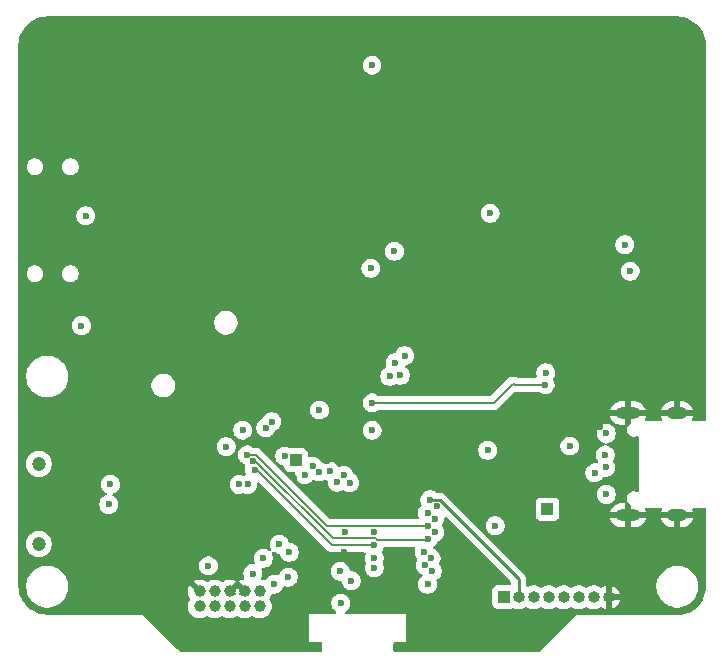
<source format=gbr>
%TF.GenerationSoftware,KiCad,Pcbnew,9.0.0-rc1*%
%TF.CreationDate,2025-02-03T21:42:00-06:00*%
%TF.ProjectId,tempo,74656d70-6f2e-46b6-9963-61645f706362,rev?*%
%TF.SameCoordinates,Original*%
%TF.FileFunction,Copper,L2,Inr*%
%TF.FilePolarity,Positive*%
%FSLAX46Y46*%
G04 Gerber Fmt 4.6, Leading zero omitted, Abs format (unit mm)*
G04 Created by KiCad (PCBNEW 9.0.0-rc1) date 2025-02-03 21:42:00*
%MOMM*%
%LPD*%
G01*
G04 APERTURE LIST*
%TA.AperFunction,ComponentPad*%
%ADD10C,1.000000*%
%TD*%
%TA.AperFunction,ComponentPad*%
%ADD11R,1.000000X1.000000*%
%TD*%
%TA.AperFunction,ComponentPad*%
%ADD12O,1.000000X1.000000*%
%TD*%
%TA.AperFunction,ComponentPad*%
%ADD13O,2.100000X1.000000*%
%TD*%
%TA.AperFunction,ComponentPad*%
%ADD14O,1.800000X1.000000*%
%TD*%
%TA.AperFunction,WasherPad*%
%ADD15C,1.200000*%
%TD*%
%TA.AperFunction,ViaPad*%
%ADD16C,0.600000*%
%TD*%
%TA.AperFunction,Conductor*%
%ADD17C,0.250000*%
%TD*%
%TA.AperFunction,Conductor*%
%ADD18C,0.200000*%
%TD*%
G04 APERTURE END LIST*
D10*
%TO.N,3.3V*%
%TO.C,J5*%
X146610000Y-113855000D03*
%TO.N,/SWDIO*%
X146610000Y-115125000D03*
%TO.N,GND*%
X145340000Y-113855000D03*
%TO.N,/SWDCLK*%
X145340000Y-115125000D03*
%TO.N,GND*%
X144070000Y-113855000D03*
%TO.N,unconnected-(J5-Pad6)*%
X144070000Y-115125000D03*
%TO.N,unconnected-(J5-Pad7)*%
X142800000Y-113855000D03*
%TO.N,unconnected-(J5-Pad8)*%
X142800000Y-115125000D03*
%TO.N,GND*%
X141530000Y-113855000D03*
%TO.N,/~{RESET}*%
X141530000Y-115125000D03*
%TD*%
D11*
%TO.N,/D6*%
%TO.C,TP3*%
X149660000Y-102740000D03*
%TD*%
%TO.N,/P0.31*%
%TO.C,J3*%
X167260000Y-114340000D03*
D12*
%TO.N,3.3V*%
X168530000Y-114340000D03*
%TO.N,/APP_NORA_TX*%
X169800000Y-114340000D03*
%TO.N,/APP_NORA_RX*%
X171070000Y-114340000D03*
%TO.N,/FLASH_MISO*%
X172340000Y-114340000D03*
%TO.N,/FLASH_MOSI*%
X173610000Y-114340000D03*
%TO.N,/FLASH_SCK*%
X174880000Y-114340000D03*
%TO.N,GND*%
X176150000Y-114340000D03*
%TD*%
D13*
%TO.N,GND*%
%TO.C,J2*%
X177765000Y-107395000D03*
D14*
X181945000Y-107395000D03*
D13*
X177765000Y-98755000D03*
D14*
X181945000Y-98755000D03*
%TD*%
D11*
%TO.N,V_BATT*%
%TO.C,TP4*%
X170960000Y-106900000D03*
%TD*%
D15*
%TO.N,*%
%TO.C,SW1*%
X127897500Y-109850000D03*
X127897500Y-103050000D03*
%TD*%
D16*
%TO.N,GND*%
X131710000Y-113240000D03*
X139860000Y-113890000D03*
X130460000Y-99440000D03*
X129010000Y-71340000D03*
X166860000Y-100340000D03*
X148960000Y-116840000D03*
X142710000Y-97690000D03*
X155610000Y-115390000D03*
X151010000Y-99590000D03*
X152310000Y-102840000D03*
X181310000Y-71740000D03*
X174811600Y-105640000D03*
X175410000Y-99940000D03*
X172160000Y-116290000D03*
X176710000Y-108590000D03*
X170060000Y-103190000D03*
X146760000Y-101540000D03*
X149510000Y-104240000D03*
X136160000Y-111640000D03*
X153710000Y-110490000D03*
X160037637Y-104862363D03*
X178760000Y-113540000D03*
X161760000Y-99880000D03*
X164210000Y-103190000D03*
X140910000Y-108240000D03*
%TO.N,3.3V*%
X145160000Y-100190000D03*
X146910000Y-111040000D03*
X166110000Y-81840000D03*
X161010000Y-106090000D03*
X151660000Y-98490000D03*
X158860000Y-93890000D03*
%TO.N,V_BATT*%
X156114685Y-100194685D03*
%TO.N,/SDA*%
X153181990Y-104602008D03*
X170810000Y-95340000D03*
X157610000Y-95640000D03*
%TO.N,/SCL*%
X156110000Y-97890000D03*
X152560000Y-103690000D03*
X170760000Y-96340000D03*
%TO.N,/D6*%
X150410000Y-103991600D03*
X156310000Y-111040000D03*
%TO.N,VBUS*%
X175935000Y-100465000D03*
X175935000Y-105640000D03*
%TO.N,/D11*%
X160810000Y-113240000D03*
X158060000Y-94490000D03*
%TO.N,/D12*%
X151110000Y-103240000D03*
X133960000Y-104790000D03*
%TO.N,/D13*%
X133810000Y-106490000D03*
X146010000Y-112338400D03*
%TO.N,/SCK*%
X148710000Y-102390000D03*
X147115308Y-99979464D03*
%TO.N,/~{RESET}*%
X153460000Y-114840000D03*
%TO.N,/VBACKUP*%
X156110000Y-69290000D03*
%TO.N,VIN*%
X172860000Y-101540000D03*
X165910000Y-101890000D03*
%TO.N,V_USB*%
X161610000Y-106640000D03*
X166531304Y-108279661D03*
%TO.N,/D5*%
X151631497Y-103720653D03*
X147614694Y-99477864D03*
%TO.N,/D9*%
X158510000Y-95540000D03*
X156310000Y-111840000D03*
%TO.N,/VCOM1_RX*%
X149010000Y-112641600D03*
X156010000Y-86490000D03*
%TO.N,/VCOM1_TX*%
X158010000Y-85040000D03*
X153410000Y-112140000D03*
%TO.N,/FLASH_CD*%
X160610000Y-111638400D03*
%TO.N,/FLASH_CS*%
X154360000Y-112940000D03*
%TO.N,/FLASH_MOSI*%
X161210000Y-112140000D03*
%TO.N,/FLASH_SCK*%
X177960000Y-86740000D03*
X161110000Y-111040000D03*
%TO.N,/FLASH_MISO*%
X177510000Y-84490000D03*
X160535224Y-110538400D03*
%TO.N,/BTN1*%
X156310000Y-108840000D03*
X131510000Y-91340000D03*
%TO.N,/BTN2*%
X131860000Y-82040000D03*
X147810000Y-113240000D03*
%TO.N,/QSPI_IO0*%
X142260000Y-111690000D03*
X148260000Y-109840000D03*
%TO.N,/RGB_R*%
X160860000Y-108290000D03*
X145560000Y-102290000D03*
%TO.N,USB_D+*%
X175860000Y-102290000D03*
X175885000Y-103340000D03*
X161410000Y-107690000D03*
%TO.N,USB_D-*%
X161410000Y-108840000D03*
X174960000Y-103815000D03*
%TO.N,/RGB_G*%
X146060000Y-102790000D03*
X160860000Y-109390000D03*
%TO.N,/RGB_B*%
X156310000Y-109940000D03*
X146160000Y-103540000D03*
%TO.N,/NET_NORA_TX*%
X153810000Y-108791600D03*
%TO.N,/APP_NORA_TX*%
X154210000Y-104640000D03*
%TO.N,/APP_NORA_RX*%
X160810000Y-107190000D03*
%TO.N,/QSPI_CSN*%
X145569369Y-104791600D03*
X143760000Y-101590000D03*
%TO.N,/QSPI_IO1*%
X144860000Y-104791600D03*
X149110000Y-110538400D03*
%TO.N,/NET_NORA_RX*%
X153710000Y-104015000D03*
%TD*%
D17*
%TO.N,3.3V*%
X161828540Y-106112400D02*
X168530000Y-112813860D01*
X161363860Y-106140000D02*
X161391460Y-106112400D01*
X161110000Y-106140000D02*
X161363860Y-106140000D01*
X168530000Y-112813860D02*
X168530000Y-114340000D01*
X161391460Y-106112400D02*
X161828540Y-106112400D01*
X161010000Y-106090000D02*
X161060000Y-106090000D01*
X161060000Y-106090000D02*
X161110000Y-106140000D01*
D18*
%TO.N,/SCL*%
X156110000Y-97890000D02*
X166410000Y-97890000D01*
X168210000Y-96340000D02*
X170760000Y-96340000D01*
X168010000Y-96290000D02*
X168160000Y-96290000D01*
X168160000Y-96290000D02*
X168210000Y-96340000D01*
X166410000Y-97890000D02*
X168010000Y-96290000D01*
%TO.N,/RGB_R*%
X145849216Y-102290000D02*
X145851816Y-102287400D01*
X146562600Y-102581816D02*
X146562600Y-102592600D01*
X145560000Y-102290000D02*
X145849216Y-102290000D01*
X152260000Y-108290000D02*
X160860000Y-108290000D01*
X146257400Y-102287400D02*
X146268184Y-102287400D01*
X146562600Y-102592600D02*
X152260000Y-108290000D01*
X145851816Y-102287400D02*
X146257400Y-102287400D01*
X146268184Y-102287400D02*
X146562600Y-102581816D01*
%TO.N,/RGB_G*%
X146210000Y-102790000D02*
X146060000Y-102790000D01*
X160860000Y-109390000D02*
X160760000Y-109490000D01*
X156423384Y-109342600D02*
X152762600Y-109342600D01*
X160760000Y-109490000D02*
X156570784Y-109490000D01*
X156570784Y-109490000D02*
X156423384Y-109342600D01*
X152762600Y-109342600D02*
X146210000Y-102790000D01*
%TO.N,/RGB_B*%
X146360000Y-103540000D02*
X146160000Y-103540000D01*
X156310000Y-109940000D02*
X152760000Y-109940000D01*
X152760000Y-109940000D02*
X146360000Y-103540000D01*
%TD*%
%TA.AperFunction,Conductor*%
%TO.N,GND*%
G36*
X181953528Y-65172325D02*
G01*
X182235530Y-65189344D01*
X182250355Y-65191140D01*
X182524572Y-65241276D01*
X182539074Y-65244842D01*
X182805290Y-65327599D01*
X182819250Y-65332881D01*
X183033721Y-65429160D01*
X183073561Y-65447045D01*
X183086797Y-65453973D01*
X183325540Y-65597897D01*
X183337844Y-65606366D01*
X183557533Y-65777950D01*
X183568732Y-65787838D01*
X183766202Y-65984609D01*
X183776130Y-65995773D01*
X183948494Y-66214853D01*
X183957008Y-66227130D01*
X184101778Y-66465359D01*
X184108753Y-66478571D01*
X184223817Y-66732470D01*
X184229153Y-66746424D01*
X184312849Y-67012328D01*
X184316468Y-67026824D01*
X184367577Y-67300862D01*
X184369426Y-67315686D01*
X184387431Y-67597372D01*
X184387684Y-67605282D01*
X184387684Y-99301000D01*
X184367999Y-99368039D01*
X184315195Y-99413794D01*
X184263684Y-99425000D01*
X183331999Y-99425000D01*
X183264960Y-99405315D01*
X183219205Y-99352511D01*
X183209261Y-99283353D01*
X183228898Y-99232108D01*
X183231184Y-99228686D01*
X183231192Y-99228671D01*
X183306569Y-99046692D01*
X183306569Y-99046690D01*
X183314862Y-99005000D01*
X182511988Y-99005000D01*
X182529205Y-98995060D01*
X182585060Y-98939205D01*
X182624556Y-98870796D01*
X182645000Y-98794496D01*
X182645000Y-98715504D01*
X182624556Y-98639204D01*
X182585060Y-98570795D01*
X182529205Y-98514940D01*
X182511988Y-98505000D01*
X183314862Y-98505000D01*
X183306569Y-98463309D01*
X183306569Y-98463307D01*
X183231192Y-98281328D01*
X183231185Y-98281315D01*
X183121751Y-98117537D01*
X183121748Y-98117533D01*
X182982466Y-97978251D01*
X182982462Y-97978248D01*
X182818684Y-97868814D01*
X182818671Y-97868807D01*
X182636693Y-97793430D01*
X182636681Y-97793427D01*
X182443495Y-97755000D01*
X182195000Y-97755000D01*
X182195000Y-98455000D01*
X181695000Y-98455000D01*
X181695000Y-97755000D01*
X181446504Y-97755000D01*
X181253318Y-97793427D01*
X181253306Y-97793430D01*
X181071328Y-97868807D01*
X181071315Y-97868814D01*
X180907537Y-97978248D01*
X180907533Y-97978251D01*
X180768251Y-98117533D01*
X180768248Y-98117537D01*
X180658814Y-98281315D01*
X180658807Y-98281328D01*
X180583430Y-98463307D01*
X180583430Y-98463309D01*
X180575138Y-98505000D01*
X181378012Y-98505000D01*
X181360795Y-98514940D01*
X181304940Y-98570795D01*
X181265444Y-98639204D01*
X181245000Y-98715504D01*
X181245000Y-98794496D01*
X181265444Y-98870796D01*
X181304940Y-98939205D01*
X181360795Y-98995060D01*
X181378012Y-99005000D01*
X180575138Y-99005000D01*
X180583430Y-99046690D01*
X180583430Y-99046692D01*
X180658807Y-99228671D01*
X180658815Y-99228686D01*
X180661102Y-99232108D01*
X180681981Y-99298785D01*
X180663497Y-99366166D01*
X180611519Y-99412856D01*
X180558001Y-99425000D01*
X179301999Y-99425000D01*
X179234960Y-99405315D01*
X179189205Y-99352511D01*
X179179261Y-99283353D01*
X179198898Y-99232108D01*
X179201184Y-99228686D01*
X179201192Y-99228671D01*
X179276569Y-99046692D01*
X179276569Y-99046690D01*
X179284862Y-99005000D01*
X178481988Y-99005000D01*
X178499205Y-98995060D01*
X178555060Y-98939205D01*
X178594556Y-98870796D01*
X178615000Y-98794496D01*
X178615000Y-98715504D01*
X178594556Y-98639204D01*
X178555060Y-98570795D01*
X178499205Y-98514940D01*
X178481988Y-98505000D01*
X179284862Y-98505000D01*
X179276569Y-98463309D01*
X179276569Y-98463307D01*
X179201192Y-98281328D01*
X179201185Y-98281315D01*
X179091751Y-98117537D01*
X179091748Y-98117533D01*
X178952466Y-97978251D01*
X178952462Y-97978248D01*
X178788684Y-97868814D01*
X178788671Y-97868807D01*
X178606693Y-97793430D01*
X178606681Y-97793427D01*
X178413495Y-97755000D01*
X178015000Y-97755000D01*
X178015000Y-98455000D01*
X177515000Y-98455000D01*
X177515000Y-97755000D01*
X177116504Y-97755000D01*
X176923318Y-97793427D01*
X176923306Y-97793430D01*
X176741328Y-97868807D01*
X176741315Y-97868814D01*
X176577537Y-97978248D01*
X176577533Y-97978251D01*
X176438251Y-98117533D01*
X176438248Y-98117537D01*
X176328814Y-98281315D01*
X176328807Y-98281328D01*
X176253430Y-98463307D01*
X176253430Y-98463309D01*
X176245138Y-98505000D01*
X177048012Y-98505000D01*
X177030795Y-98514940D01*
X176974940Y-98570795D01*
X176935444Y-98639204D01*
X176915000Y-98715504D01*
X176915000Y-98794496D01*
X176935444Y-98870796D01*
X176974940Y-98939205D01*
X177030795Y-98995060D01*
X177048012Y-99005000D01*
X176245138Y-99005000D01*
X176253430Y-99046690D01*
X176253430Y-99046692D01*
X176328807Y-99228671D01*
X176328814Y-99228684D01*
X176438248Y-99392462D01*
X176438251Y-99392466D01*
X176577533Y-99531748D01*
X176577537Y-99531751D01*
X176741315Y-99641185D01*
X176741328Y-99641192D01*
X176923306Y-99716569D01*
X176923318Y-99716572D01*
X177116504Y-99754999D01*
X177116508Y-99755000D01*
X177515000Y-99755000D01*
X177515000Y-99055000D01*
X178015000Y-99055000D01*
X178015000Y-99593215D01*
X177995315Y-99660254D01*
X177953002Y-99700601D01*
X177911638Y-99724483D01*
X177911632Y-99724487D01*
X177804487Y-99831632D01*
X177804485Y-99831635D01*
X177728719Y-99962863D01*
X177721943Y-99988152D01*
X177689500Y-100109234D01*
X177689500Y-100260766D01*
X177709109Y-100333950D01*
X177728719Y-100407136D01*
X177766602Y-100472750D01*
X177804485Y-100538365D01*
X177911635Y-100645515D01*
X178003402Y-100698497D01*
X178042861Y-100721279D01*
X178042865Y-100721281D01*
X178189234Y-100760500D01*
X178189236Y-100760500D01*
X178340764Y-100760500D01*
X178340766Y-100760500D01*
X178487135Y-100721281D01*
X178488765Y-100720339D01*
X178498999Y-100714432D01*
X178566898Y-100697958D01*
X178632926Y-100720810D01*
X178676117Y-100775730D01*
X178685000Y-100821818D01*
X178685000Y-105328181D01*
X178665315Y-105395220D01*
X178612511Y-105440975D01*
X178543353Y-105450919D01*
X178499003Y-105435570D01*
X178487138Y-105428720D01*
X178487135Y-105428719D01*
X178340766Y-105389500D01*
X178189234Y-105389500D01*
X178042863Y-105428719D01*
X177911635Y-105504485D01*
X177911632Y-105504487D01*
X177804487Y-105611632D01*
X177804485Y-105611635D01*
X177728719Y-105742863D01*
X177698271Y-105856498D01*
X177689500Y-105889234D01*
X177689500Y-106040766D01*
X177689953Y-106042455D01*
X177728719Y-106187136D01*
X177766602Y-106252750D01*
X177804485Y-106318365D01*
X177911635Y-106425515D01*
X177937590Y-106440500D01*
X177953000Y-106449397D01*
X178001216Y-106499964D01*
X178015000Y-106556784D01*
X178015000Y-107095000D01*
X177515000Y-107095000D01*
X177515000Y-106395000D01*
X177116504Y-106395000D01*
X176923318Y-106433427D01*
X176923306Y-106433430D01*
X176741328Y-106508807D01*
X176741315Y-106508814D01*
X176577537Y-106618248D01*
X176577533Y-106618251D01*
X176438251Y-106757533D01*
X176438248Y-106757537D01*
X176328814Y-106921315D01*
X176328807Y-106921328D01*
X176253430Y-107103307D01*
X176253430Y-107103309D01*
X176245138Y-107145000D01*
X177048012Y-107145000D01*
X177030795Y-107154940D01*
X176974940Y-107210795D01*
X176935444Y-107279204D01*
X176915000Y-107355504D01*
X176915000Y-107434496D01*
X176935444Y-107510796D01*
X176974940Y-107579205D01*
X177030795Y-107635060D01*
X177048012Y-107645000D01*
X176245138Y-107645000D01*
X176253430Y-107686690D01*
X176253430Y-107686692D01*
X176328807Y-107868671D01*
X176328814Y-107868684D01*
X176438248Y-108032462D01*
X176438251Y-108032466D01*
X176577533Y-108171748D01*
X176577537Y-108171751D01*
X176741315Y-108281185D01*
X176741328Y-108281192D01*
X176923306Y-108356569D01*
X176923318Y-108356572D01*
X177116504Y-108394999D01*
X177116508Y-108395000D01*
X177515000Y-108395000D01*
X177515000Y-107695000D01*
X178015000Y-107695000D01*
X178015000Y-108395000D01*
X178413492Y-108395000D01*
X178413495Y-108394999D01*
X178606681Y-108356572D01*
X178606693Y-108356569D01*
X178788671Y-108281192D01*
X178788684Y-108281185D01*
X178952462Y-108171751D01*
X178952466Y-108171748D01*
X179091748Y-108032466D01*
X179091751Y-108032462D01*
X179201185Y-107868684D01*
X179201192Y-107868671D01*
X179276569Y-107686692D01*
X179276569Y-107686690D01*
X179284862Y-107645000D01*
X178481988Y-107645000D01*
X178499205Y-107635060D01*
X178555060Y-107579205D01*
X178594556Y-107510796D01*
X178615000Y-107434496D01*
X178615000Y-107355504D01*
X178594556Y-107279204D01*
X178555060Y-107210795D01*
X178499205Y-107154940D01*
X178481988Y-107145000D01*
X179284862Y-107145000D01*
X179276569Y-107103309D01*
X179276569Y-107103307D01*
X179203314Y-106926452D01*
X179195845Y-106856983D01*
X179227120Y-106794504D01*
X179287209Y-106758852D01*
X179317875Y-106755000D01*
X180542125Y-106755000D01*
X180609164Y-106774685D01*
X180654919Y-106827489D01*
X180664863Y-106896647D01*
X180656686Y-106926452D01*
X180583430Y-107103307D01*
X180583430Y-107103309D01*
X180575138Y-107145000D01*
X181378012Y-107145000D01*
X181360795Y-107154940D01*
X181304940Y-107210795D01*
X181265444Y-107279204D01*
X181245000Y-107355504D01*
X181245000Y-107434496D01*
X181265444Y-107510796D01*
X181304940Y-107579205D01*
X181360795Y-107635060D01*
X181378012Y-107645000D01*
X180575138Y-107645000D01*
X180583430Y-107686690D01*
X180583430Y-107686692D01*
X180658807Y-107868671D01*
X180658814Y-107868684D01*
X180768248Y-108032462D01*
X180768251Y-108032466D01*
X180907533Y-108171748D01*
X180907537Y-108171751D01*
X181071315Y-108281185D01*
X181071328Y-108281192D01*
X181253306Y-108356569D01*
X181253318Y-108356572D01*
X181446504Y-108394999D01*
X181446508Y-108395000D01*
X181695000Y-108395000D01*
X181695000Y-107695000D01*
X182195000Y-107695000D01*
X182195000Y-108395000D01*
X182443492Y-108395000D01*
X182443495Y-108394999D01*
X182636681Y-108356572D01*
X182636693Y-108356569D01*
X182818671Y-108281192D01*
X182818684Y-108281185D01*
X182982462Y-108171751D01*
X182982466Y-108171748D01*
X183121748Y-108032466D01*
X183121751Y-108032462D01*
X183231185Y-107868684D01*
X183231192Y-107868671D01*
X183306569Y-107686692D01*
X183306569Y-107686690D01*
X183314862Y-107645000D01*
X182511988Y-107645000D01*
X182529205Y-107635060D01*
X182585060Y-107579205D01*
X182624556Y-107510796D01*
X182645000Y-107434496D01*
X182645000Y-107355504D01*
X182624556Y-107279204D01*
X182585060Y-107210795D01*
X182529205Y-107154940D01*
X182511988Y-107145000D01*
X183314862Y-107145000D01*
X183306569Y-107103309D01*
X183306569Y-107103307D01*
X183233314Y-106926452D01*
X183225845Y-106856983D01*
X183257120Y-106794504D01*
X183317209Y-106758852D01*
X183347875Y-106755000D01*
X184263684Y-106755000D01*
X184330723Y-106774685D01*
X184376478Y-106827489D01*
X184387684Y-106879000D01*
X184387684Y-113396249D01*
X184387458Y-113403736D01*
X184370361Y-113686369D01*
X184368556Y-113701234D01*
X184318193Y-113976054D01*
X184314609Y-113990592D01*
X184231491Y-114257328D01*
X184226184Y-114271322D01*
X184111513Y-114526110D01*
X184104560Y-114539358D01*
X183960012Y-114778467D01*
X183951506Y-114790790D01*
X183779206Y-115010714D01*
X183769276Y-115021922D01*
X183571716Y-115219481D01*
X183560508Y-115229411D01*
X183340569Y-115401721D01*
X183328245Y-115410227D01*
X183089155Y-115554760D01*
X183075897Y-115561719D01*
X182821116Y-115676386D01*
X182807115Y-115681696D01*
X182540368Y-115764816D01*
X182525829Y-115768399D01*
X182251019Y-115818758D01*
X182236154Y-115820563D01*
X181953254Y-115837674D01*
X181945768Y-115837900D01*
X173429472Y-115837900D01*
X173391948Y-115853444D01*
X173391946Y-115853445D01*
X170554857Y-118690536D01*
X170313812Y-118931581D01*
X170252489Y-118965066D01*
X170226131Y-118967900D01*
X160188374Y-118967900D01*
X160121335Y-118948215D01*
X160110270Y-118940097D01*
X160110000Y-118940000D01*
X158034000Y-118940000D01*
X157966961Y-118920315D01*
X157921206Y-118867511D01*
X157910000Y-118816000D01*
X157910000Y-118264000D01*
X157929685Y-118196961D01*
X157982489Y-118151206D01*
X158034000Y-118140000D01*
X159010000Y-118140000D01*
X159010000Y-115740000D01*
X153962691Y-115740000D01*
X153895652Y-115720315D01*
X153849897Y-115667511D01*
X153839953Y-115598353D01*
X153868978Y-115534797D01*
X153893800Y-115512898D01*
X153930813Y-115488165D01*
X153970289Y-115461789D01*
X154081789Y-115350289D01*
X154169394Y-115219179D01*
X154229737Y-115073497D01*
X154260500Y-114918842D01*
X154260500Y-114761158D01*
X154260500Y-114761155D01*
X154260499Y-114761153D01*
X154241373Y-114665000D01*
X154229737Y-114606503D01*
X154188153Y-114506109D01*
X154169397Y-114460827D01*
X154169390Y-114460814D01*
X154081789Y-114329711D01*
X154081786Y-114329707D01*
X153970292Y-114218213D01*
X153970288Y-114218210D01*
X153839185Y-114130609D01*
X153839172Y-114130602D01*
X153693501Y-114070264D01*
X153693489Y-114070261D01*
X153538845Y-114039500D01*
X153538842Y-114039500D01*
X153381158Y-114039500D01*
X153381155Y-114039500D01*
X153226510Y-114070261D01*
X153226498Y-114070264D01*
X153080827Y-114130602D01*
X153080814Y-114130609D01*
X152949711Y-114218210D01*
X152949707Y-114218213D01*
X152838213Y-114329707D01*
X152838210Y-114329711D01*
X152750609Y-114460814D01*
X152750602Y-114460827D01*
X152690264Y-114606498D01*
X152690261Y-114606510D01*
X152659500Y-114761153D01*
X152659500Y-114918846D01*
X152690261Y-115073489D01*
X152690264Y-115073501D01*
X152750602Y-115219172D01*
X152750609Y-115219185D01*
X152838210Y-115350288D01*
X152838213Y-115350292D01*
X152949707Y-115461786D01*
X152949711Y-115461789D01*
X153026200Y-115512898D01*
X153071005Y-115566510D01*
X153079712Y-115635835D01*
X153049557Y-115698863D01*
X152990114Y-115735582D01*
X152957309Y-115740000D01*
X150810000Y-115740000D01*
X150810000Y-118140000D01*
X151786000Y-118140000D01*
X151853039Y-118159685D01*
X151898794Y-118212489D01*
X151910000Y-118264000D01*
X151910000Y-118843900D01*
X151890315Y-118910939D01*
X151837511Y-118956694D01*
X151786000Y-118967900D01*
X139913437Y-118967900D01*
X139846398Y-118948215D01*
X139825756Y-118931581D01*
X139584727Y-118690552D01*
X136727621Y-115833445D01*
X136727619Y-115833444D01*
X136690095Y-115817900D01*
X136690093Y-115817900D01*
X128613551Y-115817900D01*
X128606064Y-115817674D01*
X128323430Y-115800577D01*
X128308565Y-115798772D01*
X128033743Y-115748409D01*
X128019205Y-115744825D01*
X127752476Y-115661709D01*
X127738475Y-115656400D01*
X127483690Y-115541731D01*
X127470431Y-115534772D01*
X127349698Y-115461786D01*
X127231330Y-115390230D01*
X127219010Y-115381726D01*
X127178887Y-115350292D01*
X127020486Y-115226192D01*
X127017105Y-115223543D01*
X140529499Y-115223543D01*
X140567947Y-115416829D01*
X140567950Y-115416839D01*
X140643364Y-115598907D01*
X140643371Y-115598920D01*
X140752860Y-115762781D01*
X140752863Y-115762785D01*
X140892214Y-115902136D01*
X140892218Y-115902139D01*
X141056079Y-116011628D01*
X141056092Y-116011635D01*
X141238160Y-116087049D01*
X141238165Y-116087051D01*
X141238169Y-116087051D01*
X141238170Y-116087052D01*
X141431456Y-116125500D01*
X141431459Y-116125500D01*
X141628543Y-116125500D01*
X141758582Y-116099632D01*
X141821835Y-116087051D01*
X142003914Y-116011632D01*
X142096109Y-115950029D01*
X142162786Y-115929151D01*
X142230166Y-115947635D01*
X142233891Y-115950029D01*
X142326086Y-116011632D01*
X142326088Y-116011633D01*
X142326092Y-116011635D01*
X142508160Y-116087049D01*
X142508165Y-116087051D01*
X142508169Y-116087051D01*
X142508170Y-116087052D01*
X142701456Y-116125500D01*
X142701459Y-116125500D01*
X142898543Y-116125500D01*
X143028582Y-116099632D01*
X143091835Y-116087051D01*
X143273914Y-116011632D01*
X143366109Y-115950029D01*
X143432786Y-115929151D01*
X143500166Y-115947635D01*
X143503891Y-115950029D01*
X143596086Y-116011632D01*
X143596088Y-116011633D01*
X143596092Y-116011635D01*
X143778160Y-116087049D01*
X143778165Y-116087051D01*
X143778169Y-116087051D01*
X143778170Y-116087052D01*
X143971456Y-116125500D01*
X143971459Y-116125500D01*
X144168543Y-116125500D01*
X144298582Y-116099632D01*
X144361835Y-116087051D01*
X144543914Y-116011632D01*
X144636109Y-115950029D01*
X144702786Y-115929151D01*
X144770166Y-115947635D01*
X144773891Y-115950029D01*
X144866086Y-116011632D01*
X144866088Y-116011633D01*
X144866092Y-116011635D01*
X145048160Y-116087049D01*
X145048165Y-116087051D01*
X145048169Y-116087051D01*
X145048170Y-116087052D01*
X145241456Y-116125500D01*
X145241459Y-116125500D01*
X145438543Y-116125500D01*
X145568582Y-116099632D01*
X145631835Y-116087051D01*
X145813914Y-116011632D01*
X145906109Y-115950029D01*
X145972786Y-115929151D01*
X146040166Y-115947635D01*
X146043891Y-115950029D01*
X146136086Y-116011632D01*
X146136088Y-116011633D01*
X146136092Y-116011635D01*
X146318160Y-116087049D01*
X146318165Y-116087051D01*
X146318169Y-116087051D01*
X146318170Y-116087052D01*
X146511456Y-116125500D01*
X146511459Y-116125500D01*
X146708543Y-116125500D01*
X146838582Y-116099632D01*
X146901835Y-116087051D01*
X147083914Y-116011632D01*
X147247782Y-115902139D01*
X147387139Y-115762782D01*
X147496632Y-115598914D01*
X147572051Y-115416835D01*
X147588510Y-115334091D01*
X147610500Y-115223543D01*
X147610500Y-115026456D01*
X147572052Y-114833170D01*
X147572051Y-114833169D01*
X147572051Y-114833165D01*
X147563982Y-114813684D01*
X147496635Y-114651092D01*
X147496633Y-114651088D01*
X147496632Y-114651086D01*
X147435029Y-114558891D01*
X147414151Y-114492214D01*
X147432635Y-114424834D01*
X147435029Y-114421109D01*
X147460635Y-114382787D01*
X147496632Y-114328914D01*
X147572051Y-114146835D01*
X147574261Y-114135720D01*
X147606646Y-114073811D01*
X147667361Y-114039236D01*
X147720071Y-114038295D01*
X147731156Y-114040500D01*
X147731158Y-114040500D01*
X147888844Y-114040500D01*
X147888845Y-114040499D01*
X148043497Y-114009737D01*
X148156166Y-113963067D01*
X148189172Y-113949397D01*
X148189172Y-113949396D01*
X148189179Y-113949394D01*
X148320289Y-113861789D01*
X148431789Y-113750289D01*
X148519394Y-113619179D01*
X148579737Y-113473497D01*
X148579737Y-113473496D01*
X148582068Y-113467869D01*
X148584052Y-113468691D01*
X148617011Y-113418373D01*
X148680816Y-113389901D01*
X148744849Y-113398226D01*
X148758152Y-113403736D01*
X148776503Y-113411337D01*
X148931153Y-113442099D01*
X148931156Y-113442100D01*
X148931158Y-113442100D01*
X149088844Y-113442100D01*
X149088845Y-113442099D01*
X149243497Y-113411337D01*
X149356166Y-113364667D01*
X149389172Y-113350997D01*
X149389172Y-113350996D01*
X149389179Y-113350994D01*
X149520289Y-113263389D01*
X149631789Y-113151889D01*
X149719394Y-113020779D01*
X149720196Y-113018844D01*
X149740919Y-112968813D01*
X149779737Y-112875097D01*
X149810500Y-112720442D01*
X149810500Y-112562758D01*
X149810500Y-112562755D01*
X149810499Y-112562753D01*
X149804105Y-112530609D01*
X149779737Y-112408103D01*
X149768144Y-112380115D01*
X149719397Y-112262427D01*
X149719390Y-112262414D01*
X149631789Y-112131310D01*
X149561632Y-112061153D01*
X152609500Y-112061153D01*
X152609500Y-112218846D01*
X152640261Y-112373489D01*
X152640264Y-112373501D01*
X152700602Y-112519172D01*
X152700609Y-112519185D01*
X152788210Y-112650288D01*
X152788213Y-112650292D01*
X152899707Y-112761786D01*
X152899711Y-112761789D01*
X153030814Y-112849390D01*
X153030827Y-112849397D01*
X153137134Y-112893430D01*
X153176503Y-112909737D01*
X153331153Y-112940499D01*
X153331156Y-112940500D01*
X153442152Y-112940500D01*
X153509191Y-112960185D01*
X153554946Y-113012989D01*
X153563769Y-113040308D01*
X153590261Y-113173491D01*
X153590264Y-113173501D01*
X153650602Y-113319172D01*
X153650609Y-113319185D01*
X153738210Y-113450288D01*
X153738213Y-113450292D01*
X153849707Y-113561786D01*
X153849711Y-113561789D01*
X153980814Y-113649390D01*
X153980827Y-113649397D01*
X154114055Y-113704581D01*
X154126503Y-113709737D01*
X154281153Y-113740499D01*
X154281156Y-113740500D01*
X154281158Y-113740500D01*
X154438844Y-113740500D01*
X154438845Y-113740499D01*
X154593497Y-113709737D01*
X154706166Y-113663067D01*
X154739172Y-113649397D01*
X154739172Y-113649396D01*
X154739179Y-113649394D01*
X154870289Y-113561789D01*
X154981789Y-113450289D01*
X155069394Y-113319179D01*
X155129737Y-113173497D01*
X155160500Y-113018842D01*
X155160500Y-112861158D01*
X155160500Y-112861155D01*
X155160499Y-112861153D01*
X155158020Y-112848689D01*
X155129737Y-112706503D01*
X155124594Y-112694086D01*
X155069397Y-112560827D01*
X155069390Y-112560814D01*
X154981789Y-112429711D01*
X154981786Y-112429707D01*
X154870292Y-112318213D01*
X154870288Y-112318210D01*
X154739185Y-112230609D01*
X154739172Y-112230602D01*
X154593501Y-112170264D01*
X154593489Y-112170261D01*
X154438845Y-112139500D01*
X154438842Y-112139500D01*
X154327848Y-112139500D01*
X154260809Y-112119815D01*
X154215054Y-112067011D01*
X154206231Y-112039692D01*
X154179738Y-111906508D01*
X154179737Y-111906507D01*
X154179737Y-111906503D01*
X154168761Y-111880004D01*
X154119397Y-111760827D01*
X154119390Y-111760814D01*
X154031789Y-111629711D01*
X154031786Y-111629707D01*
X153920292Y-111518213D01*
X153920288Y-111518210D01*
X153789185Y-111430609D01*
X153789172Y-111430602D01*
X153643501Y-111370264D01*
X153643489Y-111370261D01*
X153488845Y-111339500D01*
X153488842Y-111339500D01*
X153331158Y-111339500D01*
X153331155Y-111339500D01*
X153176510Y-111370261D01*
X153176498Y-111370264D01*
X153030827Y-111430602D01*
X153030814Y-111430609D01*
X152899711Y-111518210D01*
X152899707Y-111518213D01*
X152788213Y-111629707D01*
X152788210Y-111629711D01*
X152700609Y-111760814D01*
X152700602Y-111760827D01*
X152640264Y-111906498D01*
X152640261Y-111906510D01*
X152609500Y-112061153D01*
X149561632Y-112061153D01*
X149520292Y-112019813D01*
X149520288Y-112019810D01*
X149389185Y-111932209D01*
X149389172Y-111932202D01*
X149243501Y-111871864D01*
X149243489Y-111871861D01*
X149088845Y-111841100D01*
X149088842Y-111841100D01*
X148931158Y-111841100D01*
X148931155Y-111841100D01*
X148776510Y-111871861D01*
X148776498Y-111871864D01*
X148630827Y-111932202D01*
X148630814Y-111932209D01*
X148499711Y-112019810D01*
X148499707Y-112019813D01*
X148388213Y-112131307D01*
X148388210Y-112131311D01*
X148300609Y-112262414D01*
X148300602Y-112262427D01*
X148237932Y-112413730D01*
X148235954Y-112412911D01*
X148202954Y-112463255D01*
X148139139Y-112491704D01*
X148075152Y-112483374D01*
X148043500Y-112470264D01*
X148043498Y-112470263D01*
X148043497Y-112470263D01*
X148043494Y-112470262D01*
X148043489Y-112470261D01*
X147888845Y-112439500D01*
X147888842Y-112439500D01*
X147731158Y-112439500D01*
X147731155Y-112439500D01*
X147576510Y-112470261D01*
X147576498Y-112470264D01*
X147430827Y-112530602D01*
X147430814Y-112530609D01*
X147299711Y-112618210D01*
X147299709Y-112618212D01*
X147188213Y-112729707D01*
X147188210Y-112729711D01*
X147097240Y-112865856D01*
X147078506Y-112881512D01*
X147062812Y-112900211D01*
X147052175Y-112903517D01*
X147043627Y-112910661D01*
X147019405Y-112913703D01*
X146996091Y-112920950D01*
X146982438Y-112918346D01*
X146974302Y-112919368D01*
X146961082Y-112916478D01*
X146953732Y-112914445D01*
X146901835Y-112892949D01*
X146809895Y-112874660D01*
X146805496Y-112873444D01*
X146779529Y-112857328D01*
X146752449Y-112843163D01*
X146750122Y-112839078D01*
X146746130Y-112836600D01*
X146732999Y-112809008D01*
X146717875Y-112782447D01*
X146718126Y-112777753D01*
X146716107Y-112773509D01*
X146719979Y-112743189D01*
X146721616Y-112712677D01*
X146723979Y-112706510D01*
X146779737Y-112571897D01*
X146810500Y-112417242D01*
X146810500Y-112259558D01*
X146810500Y-112259555D01*
X146810499Y-112259553D01*
X146798711Y-112200292D01*
X146779737Y-112104903D01*
X146764042Y-112067011D01*
X146741236Y-112011952D01*
X146733767Y-111942483D01*
X146765042Y-111880004D01*
X146825131Y-111844352D01*
X146855797Y-111840500D01*
X146988844Y-111840500D01*
X146988845Y-111840499D01*
X147143497Y-111809737D01*
X147261592Y-111760821D01*
X147289172Y-111749397D01*
X147289172Y-111749396D01*
X147289179Y-111749394D01*
X147420289Y-111661789D01*
X147531789Y-111550289D01*
X147619394Y-111419179D01*
X147679737Y-111273497D01*
X147710500Y-111118842D01*
X147710500Y-110961158D01*
X147710500Y-110961155D01*
X147710499Y-110961153D01*
X147701833Y-110917585D01*
X147679737Y-110806503D01*
X147673411Y-110791231D01*
X147619397Y-110660827D01*
X147616521Y-110655446D01*
X147617984Y-110654663D01*
X147599493Y-110595602D01*
X147617979Y-110528222D01*
X147669959Y-110481533D01*
X147738929Y-110470358D01*
X147792364Y-110490289D01*
X147880814Y-110549390D01*
X147880827Y-110549397D01*
X148026498Y-110609735D01*
X148026503Y-110609737D01*
X148181153Y-110640499D01*
X148181156Y-110640500D01*
X148181158Y-110640500D01*
X148212362Y-110640500D01*
X148279401Y-110660185D01*
X148325156Y-110712989D01*
X148333979Y-110740308D01*
X148340261Y-110771891D01*
X148340264Y-110771901D01*
X148400602Y-110917572D01*
X148400609Y-110917585D01*
X148488210Y-111048688D01*
X148488213Y-111048692D01*
X148599707Y-111160186D01*
X148599711Y-111160189D01*
X148730814Y-111247790D01*
X148730827Y-111247797D01*
X148876498Y-111308135D01*
X148876503Y-111308137D01*
X149031153Y-111338899D01*
X149031156Y-111338900D01*
X149031158Y-111338900D01*
X149188844Y-111338900D01*
X149188845Y-111338899D01*
X149343497Y-111308137D01*
X149489179Y-111247794D01*
X149620289Y-111160189D01*
X149731789Y-111048689D01*
X149819394Y-110917579D01*
X149879737Y-110771897D01*
X149910500Y-110617242D01*
X149910500Y-110459558D01*
X149910500Y-110459555D01*
X149910499Y-110459553D01*
X149902276Y-110418213D01*
X149879737Y-110304903D01*
X149871247Y-110284405D01*
X149819397Y-110159227D01*
X149819390Y-110159214D01*
X149731789Y-110028111D01*
X149731786Y-110028107D01*
X149620292Y-109916613D01*
X149620288Y-109916610D01*
X149489185Y-109829009D01*
X149489172Y-109829002D01*
X149343501Y-109768664D01*
X149343489Y-109768661D01*
X149188845Y-109737900D01*
X149188842Y-109737900D01*
X149157638Y-109737900D01*
X149090599Y-109718215D01*
X149044844Y-109665411D01*
X149036021Y-109638092D01*
X149029738Y-109606508D01*
X149029737Y-109606507D01*
X149029737Y-109606503D01*
X148969794Y-109461786D01*
X148969397Y-109460827D01*
X148969390Y-109460814D01*
X148881789Y-109329711D01*
X148881786Y-109329707D01*
X148770292Y-109218213D01*
X148770288Y-109218210D01*
X148639185Y-109130609D01*
X148639172Y-109130602D01*
X148493501Y-109070264D01*
X148493489Y-109070261D01*
X148338845Y-109039500D01*
X148338842Y-109039500D01*
X148181158Y-109039500D01*
X148181155Y-109039500D01*
X148026510Y-109070261D01*
X148026498Y-109070264D01*
X147880827Y-109130602D01*
X147880814Y-109130609D01*
X147749711Y-109218210D01*
X147749707Y-109218213D01*
X147638213Y-109329707D01*
X147638210Y-109329711D01*
X147550609Y-109460814D01*
X147550602Y-109460827D01*
X147490264Y-109606498D01*
X147490261Y-109606510D01*
X147459500Y-109761153D01*
X147459500Y-109918846D01*
X147490261Y-110073489D01*
X147490264Y-110073501D01*
X147550602Y-110219172D01*
X147553479Y-110224554D01*
X147552016Y-110225335D01*
X147570506Y-110284405D01*
X147552016Y-110351784D01*
X147500033Y-110398470D01*
X147431062Y-110409640D01*
X147377635Y-110389710D01*
X147289185Y-110330609D01*
X147289172Y-110330602D01*
X147143501Y-110270264D01*
X147143489Y-110270261D01*
X146988845Y-110239500D01*
X146988842Y-110239500D01*
X146831158Y-110239500D01*
X146831155Y-110239500D01*
X146676510Y-110270261D01*
X146676498Y-110270264D01*
X146530827Y-110330602D01*
X146530814Y-110330609D01*
X146399711Y-110418210D01*
X146399707Y-110418213D01*
X146288213Y-110529707D01*
X146288210Y-110529711D01*
X146200609Y-110660814D01*
X146200602Y-110660827D01*
X146140264Y-110806498D01*
X146140261Y-110806510D01*
X146109500Y-110961153D01*
X146109500Y-111118846D01*
X146140261Y-111273489D01*
X146140264Y-111273501D01*
X146178764Y-111366448D01*
X146186233Y-111435917D01*
X146154958Y-111498396D01*
X146094869Y-111534048D01*
X146064203Y-111537900D01*
X145931155Y-111537900D01*
X145776510Y-111568661D01*
X145776498Y-111568664D01*
X145630827Y-111629002D01*
X145630814Y-111629009D01*
X145499711Y-111716610D01*
X145499707Y-111716613D01*
X145388213Y-111828107D01*
X145388210Y-111828111D01*
X145300609Y-111959214D01*
X145300602Y-111959227D01*
X145240264Y-112104898D01*
X145240261Y-112104910D01*
X145209500Y-112259553D01*
X145209500Y-112417246D01*
X145240261Y-112571889D01*
X145240264Y-112571901D01*
X145290874Y-112694086D01*
X145298343Y-112763556D01*
X145267067Y-112826035D01*
X145206978Y-112861686D01*
X145200505Y-112863155D01*
X145048316Y-112893427D01*
X145048310Y-112893429D01*
X144866325Y-112968809D01*
X144866318Y-112968813D01*
X144830979Y-112992426D01*
X145429095Y-113590542D01*
X145447748Y-113624703D01*
X145390524Y-113601000D01*
X145289476Y-113601000D01*
X145196121Y-113639669D01*
X145124669Y-113711121D01*
X145086000Y-113804476D01*
X145086000Y-113905524D01*
X145124669Y-113998879D01*
X145196121Y-114070331D01*
X145289476Y-114109000D01*
X145359694Y-114109000D01*
X145318984Y-114124184D01*
X145310138Y-114124500D01*
X145241457Y-114124500D01*
X145048170Y-114162947D01*
X145048164Y-114162949D01*
X144993039Y-114185782D01*
X144923569Y-114193249D01*
X144861091Y-114161973D01*
X144825439Y-114101884D01*
X144827934Y-114032059D01*
X144857907Y-113983538D01*
X144986446Y-113854999D01*
X144705001Y-113573553D01*
X144705000Y-113573553D01*
X144423553Y-113854999D01*
X144552092Y-113983538D01*
X144585577Y-114044862D01*
X144580593Y-114114553D01*
X144538722Y-114170487D01*
X144473257Y-114194904D01*
X144416960Y-114185782D01*
X144380033Y-114170487D01*
X144361835Y-114162949D01*
X144361833Y-114162948D01*
X144361829Y-114162947D01*
X144168543Y-114124500D01*
X144168541Y-114124500D01*
X144099862Y-114124500D01*
X144047075Y-114109000D01*
X144120524Y-114109000D01*
X144213879Y-114070331D01*
X144285331Y-113998879D01*
X144324000Y-113905524D01*
X144324000Y-113804476D01*
X144285331Y-113711121D01*
X144213879Y-113639669D01*
X144120524Y-113601000D01*
X144019476Y-113601000D01*
X143957751Y-113626567D01*
X143980904Y-113590542D01*
X144579019Y-112992425D01*
X144543675Y-112968809D01*
X144543673Y-112968808D01*
X144361693Y-112893430D01*
X144361681Y-112893427D01*
X144168495Y-112855000D01*
X143971504Y-112855000D01*
X143778318Y-112893427D01*
X143778306Y-112893430D01*
X143596325Y-112968809D01*
X143504339Y-113030271D01*
X143437661Y-113051148D01*
X143370281Y-113032663D01*
X143366559Y-113030271D01*
X143309919Y-112992426D01*
X143273914Y-112968368D01*
X143273911Y-112968366D01*
X143273910Y-112968366D01*
X143091839Y-112892950D01*
X143091829Y-112892947D01*
X142898543Y-112854500D01*
X142898541Y-112854500D01*
X142701459Y-112854500D01*
X142701457Y-112854500D01*
X142508170Y-112892947D01*
X142508160Y-112892950D01*
X142326093Y-112968364D01*
X142326082Y-112968370D01*
X142233440Y-113030271D01*
X142166762Y-113051148D01*
X142099382Y-113032663D01*
X142095659Y-113030270D01*
X142003684Y-112968814D01*
X142003671Y-112968807D01*
X141821693Y-112893430D01*
X141821681Y-112893427D01*
X141628495Y-112855000D01*
X141431504Y-112855000D01*
X141238318Y-112893427D01*
X141238310Y-112893429D01*
X141056325Y-112968809D01*
X141056318Y-112968813D01*
X141020979Y-112992426D01*
X141020978Y-112992426D01*
X141619095Y-113590542D01*
X141637748Y-113624703D01*
X141580524Y-113601000D01*
X141479476Y-113601000D01*
X141386121Y-113639669D01*
X141314669Y-113711121D01*
X141276000Y-113804476D01*
X141276000Y-113905524D01*
X141301566Y-113967247D01*
X141265542Y-113944095D01*
X140667426Y-113345978D01*
X140667426Y-113345979D01*
X140643813Y-113381318D01*
X140643809Y-113381325D01*
X140568429Y-113563310D01*
X140568427Y-113563318D01*
X140530000Y-113756504D01*
X140530000Y-113953495D01*
X140568427Y-114146681D01*
X140568430Y-114146693D01*
X140643807Y-114328671D01*
X140643814Y-114328684D01*
X140705270Y-114420659D01*
X140726148Y-114487337D01*
X140707663Y-114554717D01*
X140705271Y-114558440D01*
X140643370Y-114651082D01*
X140643364Y-114651093D01*
X140567950Y-114833160D01*
X140567947Y-114833170D01*
X140529500Y-115026456D01*
X140529500Y-115026459D01*
X140529500Y-115223541D01*
X140529500Y-115223543D01*
X140529499Y-115223543D01*
X127017105Y-115223543D01*
X126999074Y-115209417D01*
X126987866Y-115199487D01*
X126790312Y-115001933D01*
X126780382Y-114990725D01*
X126733836Y-114931313D01*
X126608069Y-114770783D01*
X126599571Y-114758472D01*
X126455024Y-114519362D01*
X126448071Y-114506116D01*
X126333397Y-114251320D01*
X126328090Y-114237323D01*
X126324727Y-114226532D01*
X126244973Y-113970593D01*
X126241390Y-113956056D01*
X126204821Y-113756504D01*
X126191026Y-113681232D01*
X126189222Y-113666369D01*
X126188195Y-113649397D01*
X126172126Y-113383736D01*
X126171900Y-113376299D01*
X126171900Y-113352642D01*
X126171890Y-113352625D01*
X126171884Y-113336446D01*
X126171888Y-113336430D01*
X126171884Y-113336396D01*
X126171884Y-113323685D01*
X126835500Y-113323685D01*
X126835500Y-113556314D01*
X126854752Y-113702537D01*
X126865863Y-113786930D01*
X126887073Y-113866086D01*
X126926068Y-114011620D01*
X127015083Y-114226521D01*
X127015088Y-114226532D01*
X127131387Y-114427966D01*
X127131398Y-114427982D01*
X127272996Y-114612517D01*
X127273002Y-114612524D01*
X127437475Y-114776997D01*
X127437481Y-114777002D01*
X127622026Y-114918608D01*
X127622033Y-114918612D01*
X127823467Y-115034911D01*
X127823472Y-115034913D01*
X127823475Y-115034915D01*
X127916601Y-115073489D01*
X128038379Y-115123931D01*
X128038380Y-115123931D01*
X128038382Y-115123932D01*
X128263070Y-115184137D01*
X128493693Y-115214500D01*
X128493700Y-115214500D01*
X128726300Y-115214500D01*
X128726307Y-115214500D01*
X128956930Y-115184137D01*
X129181618Y-115123932D01*
X129396525Y-115034915D01*
X129597974Y-114918608D01*
X129782519Y-114777002D01*
X129947002Y-114612519D01*
X130088608Y-114427974D01*
X130204915Y-114226525D01*
X130293932Y-114011618D01*
X130354137Y-113786930D01*
X130384500Y-113556307D01*
X130384500Y-113323693D01*
X130383906Y-113319185D01*
X130379082Y-113282539D01*
X130354137Y-113093070D01*
X130293932Y-112868382D01*
X130291158Y-112861686D01*
X130232654Y-112720444D01*
X130204915Y-112653475D01*
X130204913Y-112653472D01*
X130204911Y-112653467D01*
X130088612Y-112452033D01*
X130088608Y-112452026D01*
X130010542Y-112350288D01*
X129947003Y-112267482D01*
X129946997Y-112267475D01*
X129782524Y-112103002D01*
X129782517Y-112102996D01*
X129597982Y-111961398D01*
X129597980Y-111961396D01*
X129597974Y-111961392D01*
X129597969Y-111961389D01*
X129597966Y-111961387D01*
X129396532Y-111845088D01*
X129396521Y-111845083D01*
X129181620Y-111756068D01*
X129111223Y-111737205D01*
X128956930Y-111695863D01*
X128956929Y-111695862D01*
X128956926Y-111695862D01*
X128726314Y-111665500D01*
X128726307Y-111665500D01*
X128493693Y-111665500D01*
X128493685Y-111665500D01*
X128288694Y-111692489D01*
X128263070Y-111695863D01*
X128206898Y-111710914D01*
X128038379Y-111756068D01*
X127823478Y-111845083D01*
X127823467Y-111845088D01*
X127622033Y-111961387D01*
X127622017Y-111961398D01*
X127437482Y-112102996D01*
X127437475Y-112103002D01*
X127273002Y-112267475D01*
X127272996Y-112267482D01*
X127131398Y-112452017D01*
X127131387Y-112452033D01*
X127015088Y-112653467D01*
X127015083Y-112653478D01*
X126926068Y-112868379D01*
X126865863Y-113093071D01*
X126835500Y-113323685D01*
X126171884Y-113323685D01*
X126171884Y-111611153D01*
X141459500Y-111611153D01*
X141459500Y-111768846D01*
X141490261Y-111923489D01*
X141490264Y-111923501D01*
X141550602Y-112069172D01*
X141550609Y-112069185D01*
X141638210Y-112200288D01*
X141638213Y-112200292D01*
X141749707Y-112311786D01*
X141749711Y-112311789D01*
X141880814Y-112399390D01*
X141880827Y-112399397D01*
X142026498Y-112459735D01*
X142026503Y-112459737D01*
X142179896Y-112490249D01*
X142181153Y-112490499D01*
X142181156Y-112490500D01*
X142181158Y-112490500D01*
X142338844Y-112490500D01*
X142338845Y-112490499D01*
X142493497Y-112459737D01*
X142618137Y-112408110D01*
X142639172Y-112399397D01*
X142639172Y-112399396D01*
X142639179Y-112399394D01*
X142770289Y-112311789D01*
X142881789Y-112200289D01*
X142969394Y-112069179D01*
X142972719Y-112061153D01*
X143014040Y-111961392D01*
X143029737Y-111923497D01*
X143060500Y-111768842D01*
X143060500Y-111611158D01*
X143060500Y-111611155D01*
X143060499Y-111611153D01*
X143048054Y-111548587D01*
X143029737Y-111456503D01*
X143021210Y-111435917D01*
X142969397Y-111310827D01*
X142969390Y-111310814D01*
X142881789Y-111179711D01*
X142881786Y-111179707D01*
X142770292Y-111068213D01*
X142770288Y-111068210D01*
X142639185Y-110980609D01*
X142639172Y-110980602D01*
X142493501Y-110920264D01*
X142493489Y-110920261D01*
X142338845Y-110889500D01*
X142338842Y-110889500D01*
X142181158Y-110889500D01*
X142181155Y-110889500D01*
X142026510Y-110920261D01*
X142026498Y-110920264D01*
X141880827Y-110980602D01*
X141880814Y-110980609D01*
X141749711Y-111068210D01*
X141749707Y-111068213D01*
X141638213Y-111179707D01*
X141638210Y-111179711D01*
X141550609Y-111310814D01*
X141550602Y-111310827D01*
X141490264Y-111456498D01*
X141490261Y-111456510D01*
X141459500Y-111611153D01*
X126171884Y-111611153D01*
X126171884Y-109763389D01*
X126797000Y-109763389D01*
X126797000Y-109936610D01*
X126821373Y-110090500D01*
X126824098Y-110107701D01*
X126877627Y-110272445D01*
X126956268Y-110426788D01*
X127058086Y-110566928D01*
X127180572Y-110689414D01*
X127320712Y-110791232D01*
X127475055Y-110869873D01*
X127639799Y-110923402D01*
X127810889Y-110950500D01*
X127810890Y-110950500D01*
X127984110Y-110950500D01*
X127984111Y-110950500D01*
X128155201Y-110923402D01*
X128319945Y-110869873D01*
X128474288Y-110791232D01*
X128614428Y-110689414D01*
X128736914Y-110566928D01*
X128838732Y-110426788D01*
X128917373Y-110272445D01*
X128970902Y-110107701D01*
X128998000Y-109936611D01*
X128998000Y-109763389D01*
X128970902Y-109592299D01*
X128917373Y-109427555D01*
X128838732Y-109273212D01*
X128736914Y-109133072D01*
X128614428Y-109010586D01*
X128474288Y-108908768D01*
X128319945Y-108830127D01*
X128155201Y-108776598D01*
X128155199Y-108776597D01*
X128155198Y-108776597D01*
X128023771Y-108755781D01*
X127984111Y-108749500D01*
X127810889Y-108749500D01*
X127771228Y-108755781D01*
X127639802Y-108776597D01*
X127475052Y-108830128D01*
X127320711Y-108908768D01*
X127240756Y-108966859D01*
X127180572Y-109010586D01*
X127180570Y-109010588D01*
X127180569Y-109010588D01*
X127058088Y-109133069D01*
X127058088Y-109133070D01*
X127058086Y-109133072D01*
X127014359Y-109193256D01*
X126956268Y-109273211D01*
X126877628Y-109427552D01*
X126824097Y-109592302D01*
X126797000Y-109763389D01*
X126171884Y-109763389D01*
X126171884Y-106411153D01*
X133009500Y-106411153D01*
X133009500Y-106568846D01*
X133040261Y-106723489D01*
X133040264Y-106723501D01*
X133100602Y-106869172D01*
X133100609Y-106869185D01*
X133188210Y-107000288D01*
X133188213Y-107000292D01*
X133299707Y-107111786D01*
X133299711Y-107111789D01*
X133430814Y-107199390D01*
X133430827Y-107199397D01*
X133576498Y-107259735D01*
X133576503Y-107259737D01*
X133664979Y-107277336D01*
X133731153Y-107290499D01*
X133731156Y-107290500D01*
X133731158Y-107290500D01*
X133888844Y-107290500D01*
X133888845Y-107290499D01*
X134043497Y-107259737D01*
X134189179Y-107199394D01*
X134320289Y-107111789D01*
X134431789Y-107000289D01*
X134519394Y-106869179D01*
X134579737Y-106723497D01*
X134610500Y-106568842D01*
X134610500Y-106411158D01*
X134610500Y-106411155D01*
X134610499Y-106411153D01*
X134600101Y-106358880D01*
X134579737Y-106256503D01*
X134579735Y-106256498D01*
X134519397Y-106110827D01*
X134519390Y-106110814D01*
X134431789Y-105979711D01*
X134431786Y-105979707D01*
X134320292Y-105868213D01*
X134320288Y-105868210D01*
X134184114Y-105777221D01*
X134184808Y-105776180D01*
X134139629Y-105731796D01*
X134124172Y-105663657D01*
X134148008Y-105597979D01*
X134200476Y-105556845D01*
X134281404Y-105523325D01*
X134339173Y-105499397D01*
X134339176Y-105499395D01*
X134339179Y-105499394D01*
X134470289Y-105411789D01*
X134581789Y-105300289D01*
X134669394Y-105169179D01*
X134729737Y-105023497D01*
X134760500Y-104868842D01*
X134760500Y-104712753D01*
X144059500Y-104712753D01*
X144059500Y-104870446D01*
X144090261Y-105025089D01*
X144090264Y-105025101D01*
X144150602Y-105170772D01*
X144150609Y-105170785D01*
X144238210Y-105301888D01*
X144238213Y-105301892D01*
X144349707Y-105413386D01*
X144349711Y-105413389D01*
X144480814Y-105500990D01*
X144480827Y-105500997D01*
X144626071Y-105561158D01*
X144626503Y-105561337D01*
X144773104Y-105590498D01*
X144781153Y-105592099D01*
X144781156Y-105592100D01*
X144781158Y-105592100D01*
X144938844Y-105592100D01*
X144938845Y-105592099D01*
X145093497Y-105561337D01*
X145093937Y-105561155D01*
X145125224Y-105548195D01*
X145167231Y-105530794D01*
X145236699Y-105523325D01*
X145262128Y-105530791D01*
X145335872Y-105561337D01*
X145482473Y-105590498D01*
X145490522Y-105592099D01*
X145490525Y-105592100D01*
X145490527Y-105592100D01*
X145648213Y-105592100D01*
X145648214Y-105592099D01*
X145802866Y-105561337D01*
X145940120Y-105504485D01*
X145948541Y-105500997D01*
X145948541Y-105500996D01*
X145948548Y-105500994D01*
X146079658Y-105413389D01*
X146191158Y-105301889D01*
X146278763Y-105170779D01*
X146339106Y-105025097D01*
X146369869Y-104870442D01*
X146369869Y-104712758D01*
X146369868Y-104712753D01*
X146369570Y-104709726D01*
X146369869Y-104708149D01*
X146369869Y-104706666D01*
X146370150Y-104706666D01*
X146382588Y-104641080D01*
X146430652Y-104590369D01*
X146498503Y-104573693D01*
X146564598Y-104596348D01*
X146580653Y-104609888D01*
X152391284Y-110420520D01*
X152528215Y-110499577D01*
X152680943Y-110540501D01*
X152680946Y-110540501D01*
X152846654Y-110540501D01*
X152846670Y-110540500D01*
X155464866Y-110540500D01*
X155531905Y-110560185D01*
X155577660Y-110612989D01*
X155587604Y-110682147D01*
X155579427Y-110711950D01*
X155567682Y-110740308D01*
X155540263Y-110806502D01*
X155540261Y-110806510D01*
X155509500Y-110961153D01*
X155509500Y-111118846D01*
X155540261Y-111273489D01*
X155540264Y-111273501D01*
X155589574Y-111392548D01*
X155597043Y-111462018D01*
X155589574Y-111487452D01*
X155540264Y-111606498D01*
X155540261Y-111606510D01*
X155509500Y-111761153D01*
X155509500Y-111918846D01*
X155540261Y-112073489D01*
X155540264Y-112073501D01*
X155600602Y-112219172D01*
X155600609Y-112219185D01*
X155688210Y-112350288D01*
X155688213Y-112350292D01*
X155799707Y-112461786D01*
X155799711Y-112461789D01*
X155930814Y-112549390D01*
X155930827Y-112549397D01*
X156047631Y-112597778D01*
X156076503Y-112609737D01*
X156185440Y-112631406D01*
X156231153Y-112640499D01*
X156231156Y-112640500D01*
X156231158Y-112640500D01*
X156388844Y-112640500D01*
X156388845Y-112640499D01*
X156543497Y-112609737D01*
X156661596Y-112560819D01*
X156689172Y-112549397D01*
X156689172Y-112549396D01*
X156689179Y-112549394D01*
X156820289Y-112461789D01*
X156931789Y-112350289D01*
X157019394Y-112219179D01*
X157079737Y-112073497D01*
X157110500Y-111918842D01*
X157110500Y-111761158D01*
X157110500Y-111761155D01*
X157110499Y-111761153D01*
X157101765Y-111717246D01*
X157079737Y-111606503D01*
X157064063Y-111568663D01*
X157030425Y-111487452D01*
X157022956Y-111417983D01*
X157030425Y-111392548D01*
X157052647Y-111338899D01*
X157079737Y-111273497D01*
X157110500Y-111118842D01*
X157110500Y-110961158D01*
X157110500Y-110961155D01*
X157110499Y-110961153D01*
X157101833Y-110917585D01*
X157079737Y-110806503D01*
X157073411Y-110791231D01*
X157019397Y-110660827D01*
X157019393Y-110660820D01*
X157018969Y-110660185D01*
X156951284Y-110558888D01*
X156930408Y-110492214D01*
X156948892Y-110424834D01*
X156951257Y-110421152D01*
X157019394Y-110319179D01*
X157079737Y-110173497D01*
X157079737Y-110173496D01*
X157082068Y-110167869D01*
X157084522Y-110168885D01*
X157116510Y-110120070D01*
X157180321Y-110091610D01*
X157196878Y-110090500D01*
X159668716Y-110090500D01*
X159735755Y-110110185D01*
X159781510Y-110162989D01*
X159791454Y-110232147D01*
X159783278Y-110261951D01*
X159765487Y-110304903D01*
X159765485Y-110304910D01*
X159734724Y-110459553D01*
X159734724Y-110617246D01*
X159765485Y-110771889D01*
X159765488Y-110771901D01*
X159825826Y-110917572D01*
X159825833Y-110917585D01*
X159913434Y-111048688D01*
X159913435Y-111048690D01*
X159918108Y-111053362D01*
X159951597Y-111114683D01*
X159946616Y-111184375D01*
X159933535Y-111209938D01*
X159900608Y-111259216D01*
X159900602Y-111259227D01*
X159840264Y-111404898D01*
X159840261Y-111404910D01*
X159809500Y-111559553D01*
X159809500Y-111717246D01*
X159840261Y-111871889D01*
X159840264Y-111871901D01*
X159900602Y-112017572D01*
X159900609Y-112017585D01*
X159988210Y-112148688D01*
X159988213Y-112148692D01*
X160099707Y-112260186D01*
X160099711Y-112260189D01*
X160230814Y-112347790D01*
X160230827Y-112347797D01*
X160308851Y-112380115D01*
X160363255Y-112423955D01*
X160385320Y-112490249D01*
X160368041Y-112557949D01*
X160330291Y-112597778D01*
X160299707Y-112618213D01*
X160188213Y-112729707D01*
X160188210Y-112729711D01*
X160100609Y-112860814D01*
X160100602Y-112860827D01*
X160040264Y-113006498D01*
X160040261Y-113006510D01*
X160009500Y-113161153D01*
X160009500Y-113318846D01*
X160040261Y-113473489D01*
X160040264Y-113473501D01*
X160100602Y-113619172D01*
X160100609Y-113619185D01*
X160188210Y-113750288D01*
X160188213Y-113750292D01*
X160299707Y-113861786D01*
X160299711Y-113861789D01*
X160430814Y-113949390D01*
X160430827Y-113949397D01*
X160550289Y-113998879D01*
X160576503Y-114009737D01*
X160726131Y-114039500D01*
X160731153Y-114040499D01*
X160731156Y-114040500D01*
X160731158Y-114040500D01*
X160888844Y-114040500D01*
X160888845Y-114040499D01*
X161043497Y-114009737D01*
X161156166Y-113963067D01*
X161189172Y-113949397D01*
X161189172Y-113949396D01*
X161189179Y-113949394D01*
X161320289Y-113861789D01*
X161431789Y-113750289D01*
X161519394Y-113619179D01*
X161579737Y-113473497D01*
X161610500Y-113318842D01*
X161610500Y-113161158D01*
X161610500Y-113161155D01*
X161610499Y-113161153D01*
X161597455Y-113095577D01*
X161579737Y-113006503D01*
X161569756Y-112982408D01*
X161562288Y-112912941D01*
X161593563Y-112850462D01*
X161615422Y-112831858D01*
X161720289Y-112761789D01*
X161831789Y-112650289D01*
X161919394Y-112519179D01*
X161979737Y-112373497D01*
X162010500Y-112218842D01*
X162010500Y-112061158D01*
X162010500Y-112061155D01*
X162010499Y-112061153D01*
X162002276Y-112019813D01*
X161979737Y-111906503D01*
X161968761Y-111880004D01*
X161919397Y-111760827D01*
X161919390Y-111760814D01*
X161831789Y-111629711D01*
X161831786Y-111629707D01*
X161811989Y-111609910D01*
X161778504Y-111548587D01*
X161783488Y-111478895D01*
X161796563Y-111453347D01*
X161819394Y-111419179D01*
X161879737Y-111273497D01*
X161910500Y-111118842D01*
X161910500Y-110961158D01*
X161910500Y-110961155D01*
X161910499Y-110961153D01*
X161901833Y-110917585D01*
X161879737Y-110806503D01*
X161873411Y-110791231D01*
X161819397Y-110660827D01*
X161819390Y-110660814D01*
X161731789Y-110529711D01*
X161731786Y-110529707D01*
X161620292Y-110418213D01*
X161620288Y-110418210D01*
X161489185Y-110330609D01*
X161489172Y-110330602D01*
X161337870Y-110267932D01*
X161338685Y-110265964D01*
X161288312Y-110232945D01*
X161259863Y-110169129D01*
X161270431Y-110100064D01*
X161313864Y-110049490D01*
X161370289Y-110011789D01*
X161481789Y-109900289D01*
X161569394Y-109769179D01*
X161614112Y-109661217D01*
X161657951Y-109606817D01*
X161681210Y-109594115D01*
X161789179Y-109549394D01*
X161920289Y-109461789D01*
X162031789Y-109350289D01*
X162119394Y-109219179D01*
X162179737Y-109073497D01*
X162210500Y-108918842D01*
X162210500Y-108761158D01*
X162210500Y-108761155D01*
X162210499Y-108761153D01*
X162208181Y-108749500D01*
X162179737Y-108606503D01*
X162179735Y-108606498D01*
X162119397Y-108460827D01*
X162119390Y-108460814D01*
X162034582Y-108333891D01*
X162013704Y-108267214D01*
X162032188Y-108199834D01*
X162034582Y-108196109D01*
X162119390Y-108069185D01*
X162119390Y-108069184D01*
X162119394Y-108069179D01*
X162179737Y-107923497D01*
X162210500Y-107768842D01*
X162210500Y-107678312D01*
X162230185Y-107611273D01*
X162282989Y-107565518D01*
X162352147Y-107555574D01*
X162415703Y-107584599D01*
X162422181Y-107590631D01*
X167868181Y-113036631D01*
X167882884Y-113063558D01*
X167899477Y-113089377D01*
X167900368Y-113095577D01*
X167901666Y-113097954D01*
X167904500Y-113124312D01*
X167904500Y-113215500D01*
X167884815Y-113282539D01*
X167832011Y-113328294D01*
X167780500Y-113339500D01*
X166712129Y-113339500D01*
X166712123Y-113339501D01*
X166652516Y-113345908D01*
X166517671Y-113396202D01*
X166517664Y-113396206D01*
X166402455Y-113482452D01*
X166402452Y-113482455D01*
X166316206Y-113597664D01*
X166316202Y-113597671D01*
X166265908Y-113732517D01*
X166259501Y-113792116D01*
X166259500Y-113792135D01*
X166259500Y-114887870D01*
X166259501Y-114887876D01*
X166265908Y-114947483D01*
X166316202Y-115082328D01*
X166316206Y-115082335D01*
X166402452Y-115197544D01*
X166402455Y-115197547D01*
X166517664Y-115283793D01*
X166517671Y-115283797D01*
X166652517Y-115334091D01*
X166652516Y-115334091D01*
X166659444Y-115334835D01*
X166712127Y-115340500D01*
X167807872Y-115340499D01*
X167867483Y-115334091D01*
X168002331Y-115283796D01*
X168014110Y-115274977D01*
X168079570Y-115250558D01*
X168135872Y-115259680D01*
X168238165Y-115302051D01*
X168238169Y-115302051D01*
X168238170Y-115302052D01*
X168431456Y-115340500D01*
X168431459Y-115340500D01*
X168628543Y-115340500D01*
X168782567Y-115309862D01*
X168821835Y-115302051D01*
X169003914Y-115226632D01*
X169096109Y-115165029D01*
X169162786Y-115144151D01*
X169230166Y-115162635D01*
X169233891Y-115165029D01*
X169325427Y-115226192D01*
X169326086Y-115226632D01*
X169326088Y-115226633D01*
X169326092Y-115226635D01*
X169507001Y-115301569D01*
X169508165Y-115302051D01*
X169508169Y-115302051D01*
X169508170Y-115302052D01*
X169701456Y-115340500D01*
X169701459Y-115340500D01*
X169898543Y-115340500D01*
X170052567Y-115309862D01*
X170091835Y-115302051D01*
X170273914Y-115226632D01*
X170366109Y-115165029D01*
X170432786Y-115144151D01*
X170500166Y-115162635D01*
X170503891Y-115165029D01*
X170595427Y-115226192D01*
X170596086Y-115226632D01*
X170596088Y-115226633D01*
X170596092Y-115226635D01*
X170777001Y-115301569D01*
X170778165Y-115302051D01*
X170778169Y-115302051D01*
X170778170Y-115302052D01*
X170971456Y-115340500D01*
X170971459Y-115340500D01*
X171168543Y-115340500D01*
X171322567Y-115309862D01*
X171361835Y-115302051D01*
X171543914Y-115226632D01*
X171636109Y-115165029D01*
X171702786Y-115144151D01*
X171770166Y-115162635D01*
X171773891Y-115165029D01*
X171865427Y-115226192D01*
X171866086Y-115226632D01*
X171866088Y-115226633D01*
X171866092Y-115226635D01*
X172047001Y-115301569D01*
X172048165Y-115302051D01*
X172048169Y-115302051D01*
X172048170Y-115302052D01*
X172241456Y-115340500D01*
X172241459Y-115340500D01*
X172438543Y-115340500D01*
X172592567Y-115309862D01*
X172631835Y-115302051D01*
X172813914Y-115226632D01*
X172906109Y-115165029D01*
X172972786Y-115144151D01*
X173040166Y-115162635D01*
X173043891Y-115165029D01*
X173135427Y-115226192D01*
X173136086Y-115226632D01*
X173136088Y-115226633D01*
X173136092Y-115226635D01*
X173317001Y-115301569D01*
X173318165Y-115302051D01*
X173318169Y-115302051D01*
X173318170Y-115302052D01*
X173511456Y-115340500D01*
X173511459Y-115340500D01*
X173708543Y-115340500D01*
X173862567Y-115309862D01*
X173901835Y-115302051D01*
X174083914Y-115226632D01*
X174176109Y-115165029D01*
X174242786Y-115144151D01*
X174310166Y-115162635D01*
X174313891Y-115165029D01*
X174405427Y-115226192D01*
X174406086Y-115226632D01*
X174406088Y-115226633D01*
X174406092Y-115226635D01*
X174587001Y-115301569D01*
X174588165Y-115302051D01*
X174588169Y-115302051D01*
X174588170Y-115302052D01*
X174781456Y-115340500D01*
X174781459Y-115340500D01*
X174978543Y-115340500D01*
X175132567Y-115309862D01*
X175171835Y-115302051D01*
X175353914Y-115226632D01*
X175353919Y-115226628D01*
X175353922Y-115226627D01*
X175394539Y-115199487D01*
X175446559Y-115164728D01*
X175513234Y-115143850D01*
X175580614Y-115162334D01*
X175584341Y-115164728D01*
X175676321Y-115226188D01*
X175676328Y-115226192D01*
X175858308Y-115301569D01*
X175900000Y-115309862D01*
X176400000Y-115309862D01*
X176441690Y-115301569D01*
X176441692Y-115301569D01*
X176623671Y-115226192D01*
X176623684Y-115226185D01*
X176787462Y-115116751D01*
X176787466Y-115116748D01*
X176926748Y-114977466D01*
X176926751Y-114977462D01*
X177036185Y-114813684D01*
X177036192Y-114813671D01*
X177111569Y-114631692D01*
X177111569Y-114631690D01*
X177119862Y-114590000D01*
X176400000Y-114590000D01*
X176400000Y-115309862D01*
X175900000Y-115309862D01*
X175900000Y-114549618D01*
X175950446Y-114600064D01*
X176024555Y-114642851D01*
X176107213Y-114665000D01*
X176192787Y-114665000D01*
X176275445Y-114642851D01*
X176349554Y-114600064D01*
X176410064Y-114539554D01*
X176452851Y-114465445D01*
X176475000Y-114382787D01*
X176475000Y-114297213D01*
X176452851Y-114214555D01*
X176410064Y-114140446D01*
X176359618Y-114090000D01*
X176400000Y-114090000D01*
X177119862Y-114090000D01*
X177111569Y-114048309D01*
X177111569Y-114048307D01*
X177036192Y-113866328D01*
X177036185Y-113866315D01*
X176926751Y-113702537D01*
X176926748Y-113702533D01*
X176787466Y-113563251D01*
X176787462Y-113563248D01*
X176623684Y-113453814D01*
X176623675Y-113453809D01*
X176576321Y-113434195D01*
X176576319Y-113434194D01*
X176441691Y-113378429D01*
X176441683Y-113378427D01*
X176400000Y-113370135D01*
X176400000Y-114090000D01*
X176359618Y-114090000D01*
X176349554Y-114079936D01*
X176275445Y-114037149D01*
X176192787Y-114015000D01*
X176107213Y-114015000D01*
X176024555Y-114037149D01*
X175950446Y-114079936D01*
X175900000Y-114130382D01*
X175900000Y-113370136D01*
X175899999Y-113370135D01*
X175858316Y-113378427D01*
X175858308Y-113378429D01*
X175676325Y-113453809D01*
X175584339Y-113515271D01*
X175517661Y-113536148D01*
X175450281Y-113517663D01*
X175446559Y-113515271D01*
X175384027Y-113473489D01*
X175353914Y-113453368D01*
X175353911Y-113453366D01*
X175353910Y-113453366D01*
X175171839Y-113377950D01*
X175171829Y-113377947D01*
X174978543Y-113339500D01*
X174978541Y-113339500D01*
X174781459Y-113339500D01*
X174781457Y-113339500D01*
X174588170Y-113377947D01*
X174588160Y-113377950D01*
X174406089Y-113453366D01*
X174313890Y-113514971D01*
X174247213Y-113535848D01*
X174179833Y-113517363D01*
X174176110Y-113514971D01*
X174114027Y-113473489D01*
X174083914Y-113453368D01*
X174083911Y-113453366D01*
X174083910Y-113453366D01*
X173901839Y-113377950D01*
X173901829Y-113377947D01*
X173708543Y-113339500D01*
X173708541Y-113339500D01*
X173511459Y-113339500D01*
X173511457Y-113339500D01*
X173318170Y-113377947D01*
X173318160Y-113377950D01*
X173136089Y-113453366D01*
X173043890Y-113514971D01*
X172977213Y-113535848D01*
X172909833Y-113517363D01*
X172906110Y-113514971D01*
X172844027Y-113473489D01*
X172813914Y-113453368D01*
X172813911Y-113453366D01*
X172813910Y-113453366D01*
X172631839Y-113377950D01*
X172631829Y-113377947D01*
X172438543Y-113339500D01*
X172438541Y-113339500D01*
X172241459Y-113339500D01*
X172241457Y-113339500D01*
X172048170Y-113377947D01*
X172048160Y-113377950D01*
X171866089Y-113453366D01*
X171773890Y-113514971D01*
X171707213Y-113535848D01*
X171639833Y-113517363D01*
X171636110Y-113514971D01*
X171574027Y-113473489D01*
X171543914Y-113453368D01*
X171543911Y-113453366D01*
X171543910Y-113453366D01*
X171361839Y-113377950D01*
X171361829Y-113377947D01*
X171168543Y-113339500D01*
X171168541Y-113339500D01*
X170971459Y-113339500D01*
X170971457Y-113339500D01*
X170778170Y-113377947D01*
X170778160Y-113377950D01*
X170596089Y-113453366D01*
X170503890Y-113514971D01*
X170437213Y-113535848D01*
X170369833Y-113517363D01*
X170366110Y-113514971D01*
X170304027Y-113473489D01*
X170273914Y-113453368D01*
X170273911Y-113453366D01*
X170273910Y-113453366D01*
X170091839Y-113377950D01*
X170091829Y-113377947D01*
X169898543Y-113339500D01*
X169898541Y-113339500D01*
X169701459Y-113339500D01*
X169701457Y-113339500D01*
X169508170Y-113377947D01*
X169508160Y-113377950D01*
X169326952Y-113453008D01*
X169257482Y-113460477D01*
X169195003Y-113429201D01*
X169159352Y-113369112D01*
X169155500Y-113338447D01*
X169155500Y-113323685D01*
X180185500Y-113323685D01*
X180185500Y-113556314D01*
X180204752Y-113702537D01*
X180215863Y-113786930D01*
X180237073Y-113866086D01*
X180276068Y-114011620D01*
X180365083Y-114226521D01*
X180365088Y-114226532D01*
X180481387Y-114427966D01*
X180481398Y-114427982D01*
X180622996Y-114612517D01*
X180623002Y-114612524D01*
X180787475Y-114776997D01*
X180787481Y-114777002D01*
X180972026Y-114918608D01*
X180972033Y-114918612D01*
X181173467Y-115034911D01*
X181173472Y-115034913D01*
X181173475Y-115034915D01*
X181266601Y-115073489D01*
X181388379Y-115123931D01*
X181388380Y-115123931D01*
X181388382Y-115123932D01*
X181613070Y-115184137D01*
X181843693Y-115214500D01*
X181843700Y-115214500D01*
X182076300Y-115214500D01*
X182076307Y-115214500D01*
X182306930Y-115184137D01*
X182531618Y-115123932D01*
X182746525Y-115034915D01*
X182947974Y-114918608D01*
X183132519Y-114777002D01*
X183297002Y-114612519D01*
X183438608Y-114427974D01*
X183554915Y-114226525D01*
X183643932Y-114011618D01*
X183704137Y-113786930D01*
X183734500Y-113556307D01*
X183734500Y-113323693D01*
X183733906Y-113319185D01*
X183729082Y-113282539D01*
X183704137Y-113093070D01*
X183643932Y-112868382D01*
X183641158Y-112861686D01*
X183582654Y-112720444D01*
X183554915Y-112653475D01*
X183554913Y-112653472D01*
X183554911Y-112653467D01*
X183438612Y-112452033D01*
X183438608Y-112452026D01*
X183360542Y-112350288D01*
X183297003Y-112267482D01*
X183296997Y-112267475D01*
X183132524Y-112103002D01*
X183132517Y-112102996D01*
X182947982Y-111961398D01*
X182947980Y-111961396D01*
X182947974Y-111961392D01*
X182947969Y-111961389D01*
X182947966Y-111961387D01*
X182746532Y-111845088D01*
X182746521Y-111845083D01*
X182531620Y-111756068D01*
X182386717Y-111717242D01*
X182306930Y-111695863D01*
X182255680Y-111689115D01*
X182076314Y-111665500D01*
X182076307Y-111665500D01*
X181843693Y-111665500D01*
X181843685Y-111665500D01*
X181638694Y-111692489D01*
X181613070Y-111695863D01*
X181556898Y-111710914D01*
X181388379Y-111756068D01*
X181173478Y-111845083D01*
X181173467Y-111845088D01*
X180972033Y-111961387D01*
X180972017Y-111961398D01*
X180787482Y-112102996D01*
X180787475Y-112103002D01*
X180623002Y-112267475D01*
X180622996Y-112267482D01*
X180481398Y-112452017D01*
X180481387Y-112452033D01*
X180365088Y-112653467D01*
X180365083Y-112653478D01*
X180276068Y-112868379D01*
X180215863Y-113093071D01*
X180185500Y-113323685D01*
X169155500Y-113323685D01*
X169155500Y-112881601D01*
X169155501Y-112881580D01*
X169155501Y-112752251D01*
X169131464Y-112631413D01*
X169131462Y-112631406D01*
X169125998Y-112618216D01*
X169125996Y-112618211D01*
X169102225Y-112560821D01*
X169084312Y-112517575D01*
X169084308Y-112517568D01*
X169015858Y-112415127D01*
X169015855Y-112415123D01*
X164883139Y-108282408D01*
X164801545Y-108200814D01*
X165730804Y-108200814D01*
X165730804Y-108358507D01*
X165761565Y-108513150D01*
X165761568Y-108513162D01*
X165821906Y-108658833D01*
X165821913Y-108658846D01*
X165909514Y-108789949D01*
X165909517Y-108789953D01*
X166021011Y-108901447D01*
X166021015Y-108901450D01*
X166152118Y-108989051D01*
X166152131Y-108989058D01*
X166273911Y-109039500D01*
X166297807Y-109049398D01*
X166452457Y-109080160D01*
X166452460Y-109080161D01*
X166452462Y-109080161D01*
X166610148Y-109080161D01*
X166610149Y-109080160D01*
X166764801Y-109049398D01*
X166910483Y-108989055D01*
X167041593Y-108901450D01*
X167153093Y-108789950D01*
X167240698Y-108658840D01*
X167301041Y-108513158D01*
X167331804Y-108358503D01*
X167331804Y-108200819D01*
X167331804Y-108200816D01*
X167331803Y-108200814D01*
X167305619Y-108069179D01*
X167301041Y-108046164D01*
X167295367Y-108032466D01*
X167240701Y-107900488D01*
X167240694Y-107900475D01*
X167153093Y-107769372D01*
X167153090Y-107769368D01*
X167041596Y-107657874D01*
X167041592Y-107657871D01*
X166910489Y-107570270D01*
X166910476Y-107570263D01*
X166764805Y-107509925D01*
X166764793Y-107509922D01*
X166610149Y-107479161D01*
X166610146Y-107479161D01*
X166452462Y-107479161D01*
X166452459Y-107479161D01*
X166297814Y-107509922D01*
X166297802Y-107509925D01*
X166152131Y-107570263D01*
X166152118Y-107570270D01*
X166021015Y-107657871D01*
X166021011Y-107657874D01*
X165909517Y-107769368D01*
X165909514Y-107769372D01*
X165821913Y-107900475D01*
X165821906Y-107900488D01*
X165761568Y-108046159D01*
X165761565Y-108046171D01*
X165730804Y-108200814D01*
X164801545Y-108200814D01*
X163037217Y-106436487D01*
X162952865Y-106352135D01*
X169959500Y-106352135D01*
X169959500Y-107447870D01*
X169959501Y-107447876D01*
X169965908Y-107507483D01*
X170016202Y-107642328D01*
X170016206Y-107642335D01*
X170102452Y-107757544D01*
X170102455Y-107757547D01*
X170217664Y-107843793D01*
X170217671Y-107843797D01*
X170352517Y-107894091D01*
X170352516Y-107894091D01*
X170359444Y-107894835D01*
X170412127Y-107900500D01*
X171507872Y-107900499D01*
X171567483Y-107894091D01*
X171702331Y-107843796D01*
X171817546Y-107757546D01*
X171903796Y-107642331D01*
X171923079Y-107590631D01*
X171931395Y-107568336D01*
X171931395Y-107568335D01*
X171953180Y-107509925D01*
X171954091Y-107507483D01*
X171960500Y-107447873D01*
X171960499Y-106896647D01*
X171960499Y-106352129D01*
X171960498Y-106352123D01*
X171960497Y-106352116D01*
X171954091Y-106292517D01*
X171942630Y-106261789D01*
X171903797Y-106157671D01*
X171903793Y-106157664D01*
X171817547Y-106042455D01*
X171817544Y-106042452D01*
X171702335Y-105956206D01*
X171702328Y-105956202D01*
X171567482Y-105905908D01*
X171567483Y-105905908D01*
X171507883Y-105899501D01*
X171507881Y-105899500D01*
X171507873Y-105899500D01*
X171507864Y-105899500D01*
X170412129Y-105899500D01*
X170412123Y-105899501D01*
X170352516Y-105905908D01*
X170217671Y-105956202D01*
X170217664Y-105956206D01*
X170102455Y-106042452D01*
X170102452Y-106042455D01*
X170016206Y-106157664D01*
X170016202Y-106157671D01*
X169965908Y-106292517D01*
X169959501Y-106352116D01*
X169959501Y-106352123D01*
X169959500Y-106352135D01*
X162952865Y-106352135D01*
X162321465Y-105720735D01*
X162314398Y-105713668D01*
X162314398Y-105713667D01*
X162243478Y-105642747D01*
X162243476Y-105642744D01*
X162227275Y-105626543D01*
X162184525Y-105597979D01*
X162173332Y-105590500D01*
X162173333Y-105590500D01*
X162173331Y-105590498D01*
X162129414Y-105561153D01*
X175134500Y-105561153D01*
X175134500Y-105718846D01*
X175165261Y-105873489D01*
X175165264Y-105873501D01*
X175225602Y-106019172D01*
X175225609Y-106019185D01*
X175313210Y-106150288D01*
X175313213Y-106150292D01*
X175424707Y-106261786D01*
X175424711Y-106261789D01*
X175555814Y-106349390D01*
X175555827Y-106349397D01*
X175665924Y-106395000D01*
X175701503Y-106409737D01*
X175856153Y-106440499D01*
X175856156Y-106440500D01*
X175856158Y-106440500D01*
X176013844Y-106440500D01*
X176013845Y-106440499D01*
X176168497Y-106409737D01*
X176307576Y-106352129D01*
X176314172Y-106349397D01*
X176314172Y-106349396D01*
X176314179Y-106349394D01*
X176445289Y-106261789D01*
X176556789Y-106150289D01*
X176644394Y-106019179D01*
X176647719Y-106011153D01*
X176670480Y-105956202D01*
X176704737Y-105873497D01*
X176735500Y-105718842D01*
X176735500Y-105561158D01*
X176735500Y-105561155D01*
X176735499Y-105561153D01*
X176727974Y-105523325D01*
X176704737Y-105406503D01*
X176703082Y-105402507D01*
X176644397Y-105260827D01*
X176644390Y-105260814D01*
X176556789Y-105129711D01*
X176556786Y-105129707D01*
X176445292Y-105018213D01*
X176445288Y-105018210D01*
X176314185Y-104930609D01*
X176314172Y-104930602D01*
X176168501Y-104870264D01*
X176168489Y-104870261D01*
X176013845Y-104839500D01*
X176013842Y-104839500D01*
X175856158Y-104839500D01*
X175856155Y-104839500D01*
X175701510Y-104870261D01*
X175701498Y-104870264D01*
X175555827Y-104930602D01*
X175555814Y-104930609D01*
X175424711Y-105018210D01*
X175424707Y-105018213D01*
X175313213Y-105129707D01*
X175313210Y-105129711D01*
X175225609Y-105260814D01*
X175225602Y-105260827D01*
X175165264Y-105406498D01*
X175165261Y-105406510D01*
X175134500Y-105561153D01*
X162129414Y-105561153D01*
X162124830Y-105558090D01*
X162124826Y-105558088D01*
X162121825Y-105556845D01*
X162044332Y-105524747D01*
X162010992Y-105510937D01*
X161950569Y-105498918D01*
X161945846Y-105497978D01*
X161945844Y-105497978D01*
X161890150Y-105486900D01*
X161890147Y-105486900D01*
X161890146Y-105486900D01*
X161585875Y-105486900D01*
X161518836Y-105467215D01*
X161516984Y-105466002D01*
X161389185Y-105380609D01*
X161389172Y-105380602D01*
X161243501Y-105320264D01*
X161243489Y-105320261D01*
X161088845Y-105289500D01*
X161088842Y-105289500D01*
X160931158Y-105289500D01*
X160931155Y-105289500D01*
X160776510Y-105320261D01*
X160776498Y-105320264D01*
X160630827Y-105380602D01*
X160630814Y-105380609D01*
X160499711Y-105468210D01*
X160499707Y-105468213D01*
X160388213Y-105579707D01*
X160388210Y-105579711D01*
X160300609Y-105710814D01*
X160300602Y-105710827D01*
X160240264Y-105856498D01*
X160240261Y-105856510D01*
X160209500Y-106011153D01*
X160209500Y-106168846D01*
X160240261Y-106323489D01*
X160240264Y-106323501D01*
X160297642Y-106462025D01*
X160305111Y-106531494D01*
X160273835Y-106593973D01*
X160270763Y-106597158D01*
X160188210Y-106679711D01*
X160100609Y-106810814D01*
X160100602Y-106810827D01*
X160040264Y-106956498D01*
X160040261Y-106956510D01*
X160009500Y-107111153D01*
X160009500Y-107268846D01*
X160017850Y-107310821D01*
X160040263Y-107423497D01*
X160076423Y-107510796D01*
X160079427Y-107518047D01*
X160086896Y-107587517D01*
X160055621Y-107649996D01*
X159995532Y-107685648D01*
X159964866Y-107689500D01*
X152560097Y-107689500D01*
X152493058Y-107669815D01*
X152472416Y-107653181D01*
X147130388Y-102311153D01*
X147909500Y-102311153D01*
X147909500Y-102468846D01*
X147940261Y-102623489D01*
X147940264Y-102623501D01*
X148000602Y-102769172D01*
X148000609Y-102769185D01*
X148088210Y-102900288D01*
X148088213Y-102900292D01*
X148199707Y-103011786D01*
X148199711Y-103011789D01*
X148330814Y-103099390D01*
X148330827Y-103099397D01*
X148420671Y-103136611D01*
X148476503Y-103159737D01*
X148560065Y-103176358D01*
X148621974Y-103208742D01*
X148656548Y-103269458D01*
X148659162Y-103284721D01*
X148665909Y-103347483D01*
X148716202Y-103482328D01*
X148716206Y-103482335D01*
X148802452Y-103597544D01*
X148802455Y-103597547D01*
X148917664Y-103683793D01*
X148917671Y-103683797D01*
X148962618Y-103700561D01*
X149052517Y-103734091D01*
X149112127Y-103740500D01*
X149492669Y-103740499D01*
X149559708Y-103760183D01*
X149605463Y-103812987D01*
X149615407Y-103882146D01*
X149614287Y-103888687D01*
X149609500Y-103912755D01*
X149609500Y-104070446D01*
X149640261Y-104225089D01*
X149640264Y-104225101D01*
X149700602Y-104370772D01*
X149700609Y-104370785D01*
X149788210Y-104501888D01*
X149788213Y-104501892D01*
X149899707Y-104613386D01*
X149899711Y-104613389D01*
X150030814Y-104700990D01*
X150030827Y-104700997D01*
X150176498Y-104761335D01*
X150176503Y-104761337D01*
X150331153Y-104792099D01*
X150331156Y-104792100D01*
X150331158Y-104792100D01*
X150488844Y-104792100D01*
X150488845Y-104792099D01*
X150643497Y-104761337D01*
X150771905Y-104708149D01*
X150789172Y-104700997D01*
X150789172Y-104700996D01*
X150789179Y-104700994D01*
X150920289Y-104613389D01*
X151031789Y-104501889D01*
X151064154Y-104453451D01*
X151117764Y-104408648D01*
X151187089Y-104399939D01*
X151236149Y-104419243D01*
X151252313Y-104430044D01*
X151252324Y-104430050D01*
X151397995Y-104490388D01*
X151398000Y-104490390D01*
X151552650Y-104521152D01*
X151552653Y-104521153D01*
X151552655Y-104521153D01*
X151710341Y-104521153D01*
X151710342Y-104521152D01*
X151864994Y-104490390D01*
X152010676Y-104430047D01*
X152049984Y-104403781D01*
X152057947Y-104401288D01*
X152064095Y-104395639D01*
X152090796Y-104391001D01*
X152116657Y-104382904D01*
X152126493Y-104384802D01*
X152132935Y-104383684D01*
X152152817Y-104389883D01*
X152167075Y-104392636D01*
X152176929Y-104396793D01*
X152180821Y-104399394D01*
X152305414Y-104451002D01*
X152305692Y-104451119D01*
X152332467Y-104472986D01*
X152359346Y-104494646D01*
X152359479Y-104495047D01*
X152359807Y-104495315D01*
X152370489Y-104528125D01*
X152381411Y-104560940D01*
X152381424Y-104561714D01*
X152381437Y-104561752D01*
X152381426Y-104561793D01*
X152381490Y-104565367D01*
X152381490Y-104680854D01*
X152412251Y-104835497D01*
X152412254Y-104835509D01*
X152472592Y-104981180D01*
X152472599Y-104981193D01*
X152560200Y-105112296D01*
X152560203Y-105112300D01*
X152671697Y-105223794D01*
X152671701Y-105223797D01*
X152802804Y-105311398D01*
X152802817Y-105311405D01*
X152948488Y-105371743D01*
X152948493Y-105371745D01*
X153066509Y-105395220D01*
X153103143Y-105402507D01*
X153103146Y-105402508D01*
X153103148Y-105402508D01*
X153260834Y-105402508D01*
X153260835Y-105402507D01*
X153415487Y-105371745D01*
X153561169Y-105311402D01*
X153598675Y-105286340D01*
X153665348Y-105265463D01*
X153732729Y-105283946D01*
X153736455Y-105286341D01*
X153830814Y-105349390D01*
X153830827Y-105349397D01*
X153968683Y-105406498D01*
X153976503Y-105409737D01*
X154131153Y-105440499D01*
X154131156Y-105440500D01*
X154131158Y-105440500D01*
X154288844Y-105440500D01*
X154288845Y-105440499D01*
X154443497Y-105409737D01*
X154589179Y-105349394D01*
X154720289Y-105261789D01*
X154831789Y-105150289D01*
X154919394Y-105019179D01*
X154979737Y-104873497D01*
X155010500Y-104718842D01*
X155010500Y-104561158D01*
X155010500Y-104561155D01*
X155010499Y-104561153D01*
X154998711Y-104501891D01*
X154979737Y-104406503D01*
X154959595Y-104357876D01*
X154919397Y-104260827D01*
X154919390Y-104260814D01*
X154831789Y-104129711D01*
X154831786Y-104129707D01*
X154720292Y-104018213D01*
X154720288Y-104018210D01*
X154589185Y-103930609D01*
X154589179Y-103930606D01*
X154563463Y-103919954D01*
X154559318Y-103916613D01*
X154554091Y-103915606D01*
X154532401Y-103894921D01*
X154509060Y-103876112D01*
X154506347Y-103870076D01*
X154503527Y-103867387D01*
X154495233Y-103845349D01*
X154490411Y-103834621D01*
X154489808Y-103832135D01*
X154479737Y-103781503D01*
X154460953Y-103736153D01*
X174159500Y-103736153D01*
X174159500Y-103893846D01*
X174190261Y-104048489D01*
X174190264Y-104048501D01*
X174250602Y-104194172D01*
X174250609Y-104194185D01*
X174338210Y-104325288D01*
X174338213Y-104325292D01*
X174449707Y-104436786D01*
X174449711Y-104436789D01*
X174580814Y-104524390D01*
X174580827Y-104524397D01*
X174679739Y-104565367D01*
X174726503Y-104584737D01*
X174881153Y-104615499D01*
X174881156Y-104615500D01*
X174881158Y-104615500D01*
X175038844Y-104615500D01*
X175038845Y-104615499D01*
X175193497Y-104584737D01*
X175339179Y-104524394D01*
X175470289Y-104436789D01*
X175581789Y-104325289D01*
X175669394Y-104194179D01*
X175669397Y-104194172D01*
X175671065Y-104191676D01*
X175724677Y-104146871D01*
X175794002Y-104138163D01*
X175798349Y-104138946D01*
X175806158Y-104140500D01*
X175963844Y-104140500D01*
X175963845Y-104140499D01*
X176118497Y-104109737D01*
X176240005Y-104059407D01*
X176264172Y-104049397D01*
X176264172Y-104049396D01*
X176264179Y-104049394D01*
X176395289Y-103961789D01*
X176506789Y-103850289D01*
X176594394Y-103719179D01*
X176654737Y-103573497D01*
X176685500Y-103418842D01*
X176685500Y-103261158D01*
X176685500Y-103261155D01*
X176685499Y-103261153D01*
X176665326Y-103159736D01*
X176654737Y-103106503D01*
X176654367Y-103105609D01*
X176594397Y-102960827D01*
X176594390Y-102960814D01*
X176530491Y-102865183D01*
X176509613Y-102798506D01*
X176528097Y-102731125D01*
X176530492Y-102727400D01*
X176569389Y-102669187D01*
X176569390Y-102669184D01*
X176569394Y-102669179D01*
X176629737Y-102523497D01*
X176660500Y-102368842D01*
X176660500Y-102211158D01*
X176660500Y-102211155D01*
X176660499Y-102211153D01*
X176638647Y-102101296D01*
X176629737Y-102056503D01*
X176605368Y-101997671D01*
X176569397Y-101910827D01*
X176569390Y-101910814D01*
X176481789Y-101779711D01*
X176481786Y-101779707D01*
X176370292Y-101668213D01*
X176370288Y-101668210D01*
X176239185Y-101580609D01*
X176239172Y-101580602D01*
X176093501Y-101520264D01*
X176093491Y-101520261D01*
X176024691Y-101506576D01*
X175962780Y-101474191D01*
X175928206Y-101413475D01*
X175931946Y-101343706D01*
X175972813Y-101287034D01*
X176024692Y-101263342D01*
X176062873Y-101255746D01*
X176168497Y-101234737D01*
X176299182Y-101180606D01*
X176314172Y-101174397D01*
X176314172Y-101174396D01*
X176314179Y-101174394D01*
X176445289Y-101086789D01*
X176556789Y-100975289D01*
X176644394Y-100844179D01*
X176704737Y-100698497D01*
X176735500Y-100543842D01*
X176735500Y-100386158D01*
X176735500Y-100386155D01*
X176735499Y-100386153D01*
X176713097Y-100273531D01*
X176704737Y-100231503D01*
X176697057Y-100212961D01*
X176644397Y-100085827D01*
X176644390Y-100085814D01*
X176556789Y-99954711D01*
X176556786Y-99954707D01*
X176445292Y-99843213D01*
X176445288Y-99843210D01*
X176314185Y-99755609D01*
X176314172Y-99755602D01*
X176168501Y-99695264D01*
X176168489Y-99695261D01*
X176013845Y-99664500D01*
X176013842Y-99664500D01*
X175856158Y-99664500D01*
X175856155Y-99664500D01*
X175701510Y-99695261D01*
X175701498Y-99695264D01*
X175555827Y-99755602D01*
X175555814Y-99755609D01*
X175424711Y-99843210D01*
X175424707Y-99843213D01*
X175313213Y-99954707D01*
X175313210Y-99954711D01*
X175225609Y-100085814D01*
X175225602Y-100085827D01*
X175165264Y-100231498D01*
X175165261Y-100231510D01*
X175134500Y-100386153D01*
X175134500Y-100543846D01*
X175165261Y-100698489D01*
X175165264Y-100698501D01*
X175225602Y-100844172D01*
X175225609Y-100844185D01*
X175313210Y-100975288D01*
X175313213Y-100975292D01*
X175424707Y-101086786D01*
X175424711Y-101086789D01*
X175555814Y-101174390D01*
X175555827Y-101174397D01*
X175701498Y-101234735D01*
X175701503Y-101234737D01*
X175770308Y-101248423D01*
X175832218Y-101280807D01*
X175866792Y-101341523D01*
X175863053Y-101411292D01*
X175822187Y-101467964D01*
X175770308Y-101491657D01*
X175626508Y-101520261D01*
X175626498Y-101520264D01*
X175480827Y-101580602D01*
X175480814Y-101580609D01*
X175349711Y-101668210D01*
X175349707Y-101668213D01*
X175238213Y-101779707D01*
X175238210Y-101779711D01*
X175150609Y-101910814D01*
X175150602Y-101910827D01*
X175090264Y-102056498D01*
X175090261Y-102056510D01*
X175059500Y-102211153D01*
X175059500Y-102368846D01*
X175090261Y-102523489D01*
X175090264Y-102523501D01*
X175150602Y-102669172D01*
X175150609Y-102669185D01*
X175214508Y-102764816D01*
X175220481Y-102783893D01*
X175230987Y-102800900D01*
X175230707Y-102816553D01*
X175235386Y-102831494D01*
X175230097Y-102850771D01*
X175229741Y-102870759D01*
X175217722Y-102895880D01*
X175216901Y-102898874D01*
X175214509Y-102902597D01*
X175173934Y-102963323D01*
X175120322Y-103008128D01*
X175050997Y-103016837D01*
X175046645Y-103016051D01*
X175038848Y-103014500D01*
X175038842Y-103014500D01*
X174881158Y-103014500D01*
X174881155Y-103014500D01*
X174726510Y-103045261D01*
X174726498Y-103045264D01*
X174580827Y-103105602D01*
X174580814Y-103105609D01*
X174449711Y-103193210D01*
X174449707Y-103193213D01*
X174338213Y-103304707D01*
X174338210Y-103304711D01*
X174250609Y-103435814D01*
X174250602Y-103435827D01*
X174190264Y-103581498D01*
X174190261Y-103581510D01*
X174159500Y-103736153D01*
X154460953Y-103736153D01*
X154453919Y-103719172D01*
X154419397Y-103635826D01*
X154419390Y-103635814D01*
X154331789Y-103504711D01*
X154331786Y-103504707D01*
X154220292Y-103393213D01*
X154220288Y-103393210D01*
X154089185Y-103305609D01*
X154089172Y-103305602D01*
X153943501Y-103245264D01*
X153943489Y-103245261D01*
X153788845Y-103214500D01*
X153788842Y-103214500D01*
X153631158Y-103214500D01*
X153631155Y-103214500D01*
X153476510Y-103245261D01*
X153476498Y-103245264D01*
X153373997Y-103287721D01*
X153304527Y-103295190D01*
X153242048Y-103263914D01*
X153223444Y-103242053D01*
X153181789Y-103179711D01*
X153181787Y-103179708D01*
X153070292Y-103068213D01*
X153070288Y-103068210D01*
X152939185Y-102980609D01*
X152939172Y-102980602D01*
X152793501Y-102920264D01*
X152793489Y-102920261D01*
X152638845Y-102889500D01*
X152638842Y-102889500D01*
X152481158Y-102889500D01*
X152481155Y-102889500D01*
X152326510Y-102920261D01*
X152326498Y-102920264D01*
X152180828Y-102980602D01*
X152180812Y-102980611D01*
X152141511Y-103006871D01*
X152133495Y-103009380D01*
X152127305Y-103015059D01*
X152100649Y-103019664D01*
X152074834Y-103027748D01*
X152064944Y-103025834D01*
X152058455Y-103026956D01*
X152038451Y-103020708D01*
X152024323Y-103017975D01*
X152014527Y-103013832D01*
X152010676Y-103011259D01*
X151902043Y-102966262D01*
X151901603Y-102966076D01*
X151874898Y-102944228D01*
X151848046Y-102922589D01*
X151847720Y-102921993D01*
X151847526Y-102921834D01*
X151847368Y-102921347D01*
X151835341Y-102899321D01*
X151823510Y-102870759D01*
X151819394Y-102860821D01*
X151819392Y-102860819D01*
X151819392Y-102860817D01*
X151731789Y-102729711D01*
X151731786Y-102729707D01*
X151620292Y-102618213D01*
X151620288Y-102618210D01*
X151489185Y-102530609D01*
X151489172Y-102530602D01*
X151343501Y-102470264D01*
X151343489Y-102470261D01*
X151188845Y-102439500D01*
X151188842Y-102439500D01*
X151031158Y-102439500D01*
X151031155Y-102439500D01*
X150876510Y-102470261D01*
X150876503Y-102470263D01*
X150831950Y-102488717D01*
X150762481Y-102496184D01*
X150700002Y-102464909D01*
X150664350Y-102404819D01*
X150660499Y-102374155D01*
X150660499Y-102192129D01*
X150660498Y-102192123D01*
X150657237Y-102161789D01*
X150654091Y-102132517D01*
X150650728Y-102123501D01*
X150603797Y-101997671D01*
X150603793Y-101997664D01*
X150517547Y-101882455D01*
X150517544Y-101882452D01*
X150422301Y-101811153D01*
X165109500Y-101811153D01*
X165109500Y-101968846D01*
X165140261Y-102123489D01*
X165140264Y-102123501D01*
X165200602Y-102269172D01*
X165200609Y-102269185D01*
X165288210Y-102400288D01*
X165288213Y-102400292D01*
X165399707Y-102511786D01*
X165399711Y-102511789D01*
X165530814Y-102599390D01*
X165530827Y-102599397D01*
X165676498Y-102659735D01*
X165676503Y-102659737D01*
X165831153Y-102690499D01*
X165831156Y-102690500D01*
X165831158Y-102690500D01*
X165988844Y-102690500D01*
X165988845Y-102690499D01*
X166143497Y-102659737D01*
X166289179Y-102599394D01*
X166420289Y-102511789D01*
X166531789Y-102400289D01*
X166619394Y-102269179D01*
X166679737Y-102123497D01*
X166710500Y-101968842D01*
X166710500Y-101811158D01*
X166710500Y-101811155D01*
X166710499Y-101811153D01*
X166704244Y-101779707D01*
X166679737Y-101656503D01*
X166679735Y-101656498D01*
X166619394Y-101510820D01*
X166586207Y-101461153D01*
X172059500Y-101461153D01*
X172059500Y-101618846D01*
X172090261Y-101773489D01*
X172090264Y-101773501D01*
X172150602Y-101919172D01*
X172150609Y-101919185D01*
X172238210Y-102050288D01*
X172238213Y-102050292D01*
X172349707Y-102161786D01*
X172349711Y-102161789D01*
X172480814Y-102249390D01*
X172480827Y-102249397D01*
X172626498Y-102309735D01*
X172626503Y-102309737D01*
X172781153Y-102340499D01*
X172781156Y-102340500D01*
X172781158Y-102340500D01*
X172938844Y-102340500D01*
X172938845Y-102340499D01*
X173093497Y-102309737D01*
X173239179Y-102249394D01*
X173370289Y-102161789D01*
X173481789Y-102050289D01*
X173569394Y-101919179D01*
X173572854Y-101910827D01*
X173614137Y-101811158D01*
X173629737Y-101773497D01*
X173660500Y-101618842D01*
X173660500Y-101461158D01*
X173660500Y-101461155D01*
X173660499Y-101461153D01*
X173639684Y-101356510D01*
X173629737Y-101306503D01*
X173621673Y-101287034D01*
X173569397Y-101160827D01*
X173569390Y-101160814D01*
X173481789Y-101029711D01*
X173481786Y-101029707D01*
X173370292Y-100918213D01*
X173370288Y-100918210D01*
X173239185Y-100830609D01*
X173239172Y-100830602D01*
X173093501Y-100770264D01*
X173093489Y-100770261D01*
X172938845Y-100739500D01*
X172938842Y-100739500D01*
X172781158Y-100739500D01*
X172781155Y-100739500D01*
X172626510Y-100770261D01*
X172626498Y-100770264D01*
X172480827Y-100830602D01*
X172480814Y-100830609D01*
X172349711Y-100918210D01*
X172349707Y-100918213D01*
X172238213Y-101029707D01*
X172238210Y-101029711D01*
X172150609Y-101160814D01*
X172150602Y-101160827D01*
X172090264Y-101306498D01*
X172090261Y-101306510D01*
X172059500Y-101461153D01*
X166586207Y-101461153D01*
X166531789Y-101379711D01*
X166531786Y-101379707D01*
X166420292Y-101268213D01*
X166420288Y-101268210D01*
X166289185Y-101180609D01*
X166289172Y-101180602D01*
X166143501Y-101120264D01*
X166143489Y-101120261D01*
X165988845Y-101089500D01*
X165988842Y-101089500D01*
X165831158Y-101089500D01*
X165831155Y-101089500D01*
X165676510Y-101120261D01*
X165676498Y-101120264D01*
X165530827Y-101180602D01*
X165530814Y-101180609D01*
X165399711Y-101268210D01*
X165399707Y-101268213D01*
X165288213Y-101379707D01*
X165288210Y-101379711D01*
X165200609Y-101510814D01*
X165200602Y-101510827D01*
X165140264Y-101656498D01*
X165140261Y-101656510D01*
X165109500Y-101811153D01*
X150422301Y-101811153D01*
X150402335Y-101796206D01*
X150402328Y-101796202D01*
X150267482Y-101745908D01*
X150267483Y-101745908D01*
X150207883Y-101739501D01*
X150207881Y-101739500D01*
X150207873Y-101739500D01*
X150207865Y-101739500D01*
X149214936Y-101739500D01*
X149147897Y-101719815D01*
X149146046Y-101718603D01*
X149089182Y-101680608D01*
X149089181Y-101680607D01*
X149089179Y-101680606D01*
X149089176Y-101680604D01*
X149089171Y-101680602D01*
X148943501Y-101620264D01*
X148943489Y-101620261D01*
X148788845Y-101589500D01*
X148788842Y-101589500D01*
X148631158Y-101589500D01*
X148631155Y-101589500D01*
X148476510Y-101620261D01*
X148476498Y-101620264D01*
X148330827Y-101680602D01*
X148330814Y-101680609D01*
X148199711Y-101768210D01*
X148199707Y-101768213D01*
X148088213Y-101879707D01*
X148088210Y-101879711D01*
X148000609Y-102010814D01*
X148000602Y-102010827D01*
X147940264Y-102156498D01*
X147940261Y-102156510D01*
X147909500Y-102311153D01*
X147130388Y-102311153D01*
X147069397Y-102250162D01*
X147049690Y-102224480D01*
X147043121Y-102213101D01*
X146926985Y-102096965D01*
X146926974Y-102096955D01*
X146755774Y-101925755D01*
X146755772Y-101925752D01*
X146636901Y-101806881D01*
X146636900Y-101806880D01*
X146550088Y-101756760D01*
X146550088Y-101756759D01*
X146550084Y-101756758D01*
X146499969Y-101727823D01*
X146347241Y-101686899D01*
X146189127Y-101686899D01*
X146181531Y-101686899D01*
X146181515Y-101686900D01*
X146135875Y-101686900D01*
X146068836Y-101667215D01*
X146066984Y-101666002D01*
X145939185Y-101580609D01*
X145939172Y-101580602D01*
X145793501Y-101520264D01*
X145793489Y-101520261D01*
X145638845Y-101489500D01*
X145638842Y-101489500D01*
X145481158Y-101489500D01*
X145481155Y-101489500D01*
X145326510Y-101520261D01*
X145326498Y-101520264D01*
X145180827Y-101580602D01*
X145180814Y-101580609D01*
X145049711Y-101668210D01*
X145049707Y-101668213D01*
X144938213Y-101779707D01*
X144938210Y-101779711D01*
X144850609Y-101910814D01*
X144850602Y-101910827D01*
X144790264Y-102056498D01*
X144790261Y-102056510D01*
X144759500Y-102211153D01*
X144759500Y-102368846D01*
X144790261Y-102523489D01*
X144790264Y-102523501D01*
X144850602Y-102669172D01*
X144850609Y-102669185D01*
X144938210Y-102800288D01*
X144938213Y-102800292D01*
X145049707Y-102911786D01*
X145049711Y-102911789D01*
X145180814Y-102999390D01*
X145180816Y-102999391D01*
X145180821Y-102999394D01*
X145253426Y-103029467D01*
X145273910Y-103045974D01*
X145296562Y-103059355D01*
X145303087Y-103069487D01*
X145307826Y-103073306D01*
X145316747Y-103088307D01*
X145318791Y-103092371D01*
X145350606Y-103169179D01*
X145378189Y-103210460D01*
X145381621Y-103217283D01*
X145386575Y-103244444D01*
X145394825Y-103270791D01*
X145393335Y-103281498D01*
X145394160Y-103286019D01*
X145391964Y-103291347D01*
X145390707Y-103300382D01*
X145391451Y-103300530D01*
X145359500Y-103461155D01*
X145359500Y-103618846D01*
X145390261Y-103773489D01*
X145390264Y-103773501D01*
X145423346Y-103853369D01*
X145430815Y-103922839D01*
X145399539Y-103985318D01*
X145354183Y-104016212D01*
X145343856Y-104020274D01*
X145335872Y-104021863D01*
X145261131Y-104052821D01*
X145260082Y-104053234D01*
X145226325Y-104056254D01*
X145192665Y-104059872D01*
X145191081Y-104059407D01*
X145190490Y-104059460D01*
X145189502Y-104058943D01*
X145167232Y-104052404D01*
X145093501Y-104021864D01*
X145093489Y-104021861D01*
X144938845Y-103991100D01*
X144938842Y-103991100D01*
X144781158Y-103991100D01*
X144781155Y-103991100D01*
X144626510Y-104021861D01*
X144626498Y-104021864D01*
X144480827Y-104082202D01*
X144480814Y-104082209D01*
X144349711Y-104169810D01*
X144349707Y-104169813D01*
X144238213Y-104281307D01*
X144238210Y-104281311D01*
X144150609Y-104412414D01*
X144150602Y-104412427D01*
X144090264Y-104558098D01*
X144090261Y-104558110D01*
X144059500Y-104712753D01*
X134760500Y-104712753D01*
X134760500Y-104711158D01*
X134760500Y-104711155D01*
X134760499Y-104711153D01*
X134754471Y-104680850D01*
X134729737Y-104556503D01*
X134717983Y-104528125D01*
X134669397Y-104410827D01*
X134669390Y-104410814D01*
X134581789Y-104279711D01*
X134581786Y-104279707D01*
X134470292Y-104168213D01*
X134470288Y-104168210D01*
X134339185Y-104080609D01*
X134339172Y-104080602D01*
X134193501Y-104020264D01*
X134193489Y-104020261D01*
X134038845Y-103989500D01*
X134038842Y-103989500D01*
X133881158Y-103989500D01*
X133881155Y-103989500D01*
X133726510Y-104020261D01*
X133726498Y-104020264D01*
X133580827Y-104080602D01*
X133580814Y-104080609D01*
X133449711Y-104168210D01*
X133449707Y-104168213D01*
X133338213Y-104279707D01*
X133338210Y-104279711D01*
X133250609Y-104410814D01*
X133250602Y-104410827D01*
X133190264Y-104556498D01*
X133190261Y-104556510D01*
X133159500Y-104711153D01*
X133159500Y-104868846D01*
X133190261Y-105023489D01*
X133190264Y-105023501D01*
X133250602Y-105169172D01*
X133250609Y-105169185D01*
X133338210Y-105300288D01*
X133338213Y-105300292D01*
X133449707Y-105411786D01*
X133449711Y-105411789D01*
X133585886Y-105502779D01*
X133585189Y-105503820D01*
X133630365Y-105548195D01*
X133645827Y-105616333D01*
X133621997Y-105682013D01*
X133569522Y-105723154D01*
X133430823Y-105780604D01*
X133430814Y-105780609D01*
X133299711Y-105868210D01*
X133299707Y-105868213D01*
X133188213Y-105979707D01*
X133188210Y-105979711D01*
X133100609Y-106110814D01*
X133100602Y-106110827D01*
X133040264Y-106256498D01*
X133040261Y-106256510D01*
X133009500Y-106411153D01*
X126171884Y-106411153D01*
X126171884Y-102963389D01*
X126797000Y-102963389D01*
X126797000Y-103136611D01*
X126800663Y-103159736D01*
X126823766Y-103305609D01*
X126824098Y-103307701D01*
X126877627Y-103472445D01*
X126956268Y-103626788D01*
X127058086Y-103766928D01*
X127180572Y-103889414D01*
X127320712Y-103991232D01*
X127475055Y-104069873D01*
X127639799Y-104123402D01*
X127810889Y-104150500D01*
X127810890Y-104150500D01*
X127984110Y-104150500D01*
X127984111Y-104150500D01*
X128155201Y-104123402D01*
X128319945Y-104069873D01*
X128474288Y-103991232D01*
X128614428Y-103889414D01*
X128736914Y-103766928D01*
X128838732Y-103626788D01*
X128917373Y-103472445D01*
X128970902Y-103307701D01*
X128998000Y-103136611D01*
X128998000Y-102963389D01*
X128970902Y-102792299D01*
X128917373Y-102627555D01*
X128838732Y-102473212D01*
X128736914Y-102333072D01*
X128614428Y-102210586D01*
X128474288Y-102108768D01*
X128359521Y-102050292D01*
X128319947Y-102030128D01*
X128319946Y-102030127D01*
X128319945Y-102030127D01*
X128155201Y-101976598D01*
X128155199Y-101976597D01*
X128155198Y-101976597D01*
X128023771Y-101955781D01*
X127984111Y-101949500D01*
X127810889Y-101949500D01*
X127771228Y-101955781D01*
X127639802Y-101976597D01*
X127475052Y-102030128D01*
X127320711Y-102108768D01*
X127255001Y-102156510D01*
X127180572Y-102210586D01*
X127180570Y-102210588D01*
X127180569Y-102210588D01*
X127058088Y-102333069D01*
X127058088Y-102333070D01*
X127058086Y-102333072D01*
X127016363Y-102390499D01*
X126956268Y-102473211D01*
X126877628Y-102627552D01*
X126824097Y-102792302D01*
X126797408Y-102960814D01*
X126797000Y-102963389D01*
X126171884Y-102963389D01*
X126171884Y-101511153D01*
X142959500Y-101511153D01*
X142959500Y-101668846D01*
X142990261Y-101823489D01*
X142990264Y-101823501D01*
X143050602Y-101969172D01*
X143050609Y-101969185D01*
X143138210Y-102100288D01*
X143138213Y-102100292D01*
X143249707Y-102211786D01*
X143249711Y-102211789D01*
X143380814Y-102299390D01*
X143380827Y-102299397D01*
X143480060Y-102340500D01*
X143526503Y-102359737D01*
X143681153Y-102390499D01*
X143681156Y-102390500D01*
X143681158Y-102390500D01*
X143838844Y-102390500D01*
X143838845Y-102390499D01*
X143993497Y-102359737D01*
X144139179Y-102299394D01*
X144270289Y-102211789D01*
X144381789Y-102100289D01*
X144469394Y-101969179D01*
X144529737Y-101823497D01*
X144560500Y-101668842D01*
X144560500Y-101511158D01*
X144560500Y-101511155D01*
X144560499Y-101511153D01*
X144550553Y-101461153D01*
X144529737Y-101356503D01*
X144523532Y-101341523D01*
X144469397Y-101210827D01*
X144469390Y-101210814D01*
X144381789Y-101079711D01*
X144381786Y-101079707D01*
X144270292Y-100968213D01*
X144270288Y-100968210D01*
X144139185Y-100880609D01*
X144139172Y-100880602D01*
X143993501Y-100820264D01*
X143993489Y-100820261D01*
X143838845Y-100789500D01*
X143838842Y-100789500D01*
X143681158Y-100789500D01*
X143681155Y-100789500D01*
X143526510Y-100820261D01*
X143526498Y-100820264D01*
X143380827Y-100880602D01*
X143380814Y-100880609D01*
X143249711Y-100968210D01*
X143249707Y-100968213D01*
X143138213Y-101079707D01*
X143138210Y-101079711D01*
X143050609Y-101210814D01*
X143050602Y-101210827D01*
X142990264Y-101356498D01*
X142990261Y-101356510D01*
X142959500Y-101511153D01*
X126171884Y-101511153D01*
X126171884Y-100111153D01*
X144359500Y-100111153D01*
X144359500Y-100268846D01*
X144390261Y-100423489D01*
X144390264Y-100423501D01*
X144450602Y-100569172D01*
X144450609Y-100569185D01*
X144538210Y-100700288D01*
X144538213Y-100700292D01*
X144649707Y-100811786D01*
X144649711Y-100811789D01*
X144780814Y-100899390D01*
X144780827Y-100899397D01*
X144826254Y-100918213D01*
X144926503Y-100959737D01*
X145081153Y-100990499D01*
X145081156Y-100990500D01*
X145081158Y-100990500D01*
X145238844Y-100990500D01*
X145238845Y-100990499D01*
X145393497Y-100959737D01*
X145539179Y-100899394D01*
X145670289Y-100811789D01*
X145781789Y-100700289D01*
X145869394Y-100569179D01*
X145929737Y-100423497D01*
X145960500Y-100268842D01*
X145960500Y-100111158D01*
X145960500Y-100111155D01*
X145960499Y-100111153D01*
X145936033Y-99988156D01*
X145929737Y-99956503D01*
X145928993Y-99954707D01*
X145923722Y-99941980D01*
X145906589Y-99900617D01*
X146314808Y-99900617D01*
X146314808Y-100058310D01*
X146345569Y-100212953D01*
X146345572Y-100212965D01*
X146405910Y-100358636D01*
X146405917Y-100358649D01*
X146493518Y-100489752D01*
X146493521Y-100489756D01*
X146605015Y-100601250D01*
X146605019Y-100601253D01*
X146736122Y-100688854D01*
X146736135Y-100688861D01*
X146881806Y-100749199D01*
X146881811Y-100749201D01*
X147036461Y-100779963D01*
X147036464Y-100779964D01*
X147036466Y-100779964D01*
X147194152Y-100779964D01*
X147194153Y-100779963D01*
X147348805Y-100749201D01*
X147471236Y-100698489D01*
X147494480Y-100688861D01*
X147494480Y-100688860D01*
X147494487Y-100688858D01*
X147625597Y-100601253D01*
X147737097Y-100489753D01*
X147824702Y-100358643D01*
X147855702Y-100283798D01*
X147899540Y-100229398D01*
X147922801Y-100216696D01*
X147993873Y-100187258D01*
X148100760Y-100115838D01*
X155314185Y-100115838D01*
X155314185Y-100273531D01*
X155344946Y-100428174D01*
X155344949Y-100428186D01*
X155405287Y-100573857D01*
X155405294Y-100573870D01*
X155492895Y-100704973D01*
X155492898Y-100704977D01*
X155604392Y-100816471D01*
X155604396Y-100816474D01*
X155735499Y-100904075D01*
X155735512Y-100904082D01*
X155881183Y-100964420D01*
X155881188Y-100964422D01*
X156012285Y-100990499D01*
X156035838Y-100995184D01*
X156035841Y-100995185D01*
X156035843Y-100995185D01*
X156193529Y-100995185D01*
X156193530Y-100995184D01*
X156348182Y-100964422D01*
X156493864Y-100904079D01*
X156624974Y-100816474D01*
X156736474Y-100704974D01*
X156824079Y-100573864D01*
X156826023Y-100569172D01*
X156858917Y-100489756D01*
X156884422Y-100428182D01*
X156915185Y-100273527D01*
X156915185Y-100115843D01*
X156915185Y-100115840D01*
X156915184Y-100115838D01*
X156889786Y-99988156D01*
X156884422Y-99961188D01*
X156882484Y-99956510D01*
X156824082Y-99815512D01*
X156824075Y-99815499D01*
X156736474Y-99684396D01*
X156736471Y-99684392D01*
X156624977Y-99572898D01*
X156624973Y-99572895D01*
X156493870Y-99485294D01*
X156493857Y-99485287D01*
X156348186Y-99424949D01*
X156348174Y-99424946D01*
X156193530Y-99394185D01*
X156193527Y-99394185D01*
X156035843Y-99394185D01*
X156035840Y-99394185D01*
X155881195Y-99424946D01*
X155881183Y-99424949D01*
X155735512Y-99485287D01*
X155735499Y-99485294D01*
X155604396Y-99572895D01*
X155604392Y-99572898D01*
X155492898Y-99684392D01*
X155492895Y-99684396D01*
X155405294Y-99815499D01*
X155405287Y-99815512D01*
X155344949Y-99961183D01*
X155344946Y-99961195D01*
X155314185Y-100115838D01*
X148100760Y-100115838D01*
X148124983Y-100099653D01*
X148138822Y-100085814D01*
X148202567Y-100022070D01*
X148236480Y-99988156D01*
X148236483Y-99988153D01*
X148324088Y-99857043D01*
X148384431Y-99711361D01*
X148415194Y-99556706D01*
X148415194Y-99399022D01*
X148415194Y-99399019D01*
X148415193Y-99399017D01*
X148406970Y-99357677D01*
X148384431Y-99244367D01*
X148377623Y-99227930D01*
X148324091Y-99098691D01*
X148324084Y-99098678D01*
X148236483Y-98967575D01*
X148236480Y-98967571D01*
X148124986Y-98856077D01*
X148124982Y-98856074D01*
X147993879Y-98768473D01*
X147993866Y-98768466D01*
X147848195Y-98708128D01*
X147848183Y-98708125D01*
X147693539Y-98677364D01*
X147693536Y-98677364D01*
X147535852Y-98677364D01*
X147535849Y-98677364D01*
X147381204Y-98708125D01*
X147381192Y-98708128D01*
X147235521Y-98768466D01*
X147235508Y-98768473D01*
X147104405Y-98856074D01*
X147104401Y-98856077D01*
X146992907Y-98967571D01*
X146992904Y-98967575D01*
X146905303Y-99098678D01*
X146905300Y-99098684D01*
X146874299Y-99173527D01*
X146830457Y-99227930D01*
X146807192Y-99240634D01*
X146736129Y-99270070D01*
X146736122Y-99270073D01*
X146605019Y-99357674D01*
X146605015Y-99357677D01*
X146493521Y-99469171D01*
X146493518Y-99469175D01*
X146405917Y-99600278D01*
X146405910Y-99600291D01*
X146345572Y-99745962D01*
X146345569Y-99745974D01*
X146314808Y-99900617D01*
X145906589Y-99900617D01*
X145869395Y-99810823D01*
X145869390Y-99810814D01*
X145781789Y-99679711D01*
X145781786Y-99679707D01*
X145670292Y-99568213D01*
X145670288Y-99568210D01*
X145539185Y-99480609D01*
X145539172Y-99480602D01*
X145393501Y-99420264D01*
X145393489Y-99420261D01*
X145238845Y-99389500D01*
X145238842Y-99389500D01*
X145081158Y-99389500D01*
X145081155Y-99389500D01*
X144926510Y-99420261D01*
X144926498Y-99420264D01*
X144780827Y-99480602D01*
X144780814Y-99480609D01*
X144649711Y-99568210D01*
X144649707Y-99568213D01*
X144538213Y-99679707D01*
X144538210Y-99679711D01*
X144450609Y-99810814D01*
X144450602Y-99810827D01*
X144390264Y-99956498D01*
X144390261Y-99956510D01*
X144359500Y-100111153D01*
X126171884Y-100111153D01*
X126171884Y-98411153D01*
X150859500Y-98411153D01*
X150859500Y-98568846D01*
X150890261Y-98723489D01*
X150890264Y-98723501D01*
X150950602Y-98869172D01*
X150950609Y-98869185D01*
X151038210Y-99000288D01*
X151038213Y-99000292D01*
X151149707Y-99111786D01*
X151149711Y-99111789D01*
X151280814Y-99199390D01*
X151280827Y-99199397D01*
X151389384Y-99244362D01*
X151426503Y-99259737D01*
X151545228Y-99283353D01*
X151581153Y-99290499D01*
X151581156Y-99290500D01*
X151581158Y-99290500D01*
X151738844Y-99290500D01*
X151738845Y-99290499D01*
X151893497Y-99259737D01*
X152039179Y-99199394D01*
X152170289Y-99111789D01*
X152281789Y-99000289D01*
X152303648Y-98967575D01*
X152346944Y-98902778D01*
X152346944Y-98902777D01*
X152369394Y-98869179D01*
X152429737Y-98723497D01*
X152460500Y-98568842D01*
X152460500Y-98411158D01*
X152460500Y-98411157D01*
X152460500Y-98411155D01*
X152460499Y-98411153D01*
X152452417Y-98370524D01*
X152429737Y-98256503D01*
X152426427Y-98248511D01*
X152369397Y-98110827D01*
X152369390Y-98110814D01*
X152281789Y-97979711D01*
X152281786Y-97979707D01*
X152170292Y-97868213D01*
X152170288Y-97868210D01*
X152084897Y-97811153D01*
X155309500Y-97811153D01*
X155309500Y-97968846D01*
X155340261Y-98123489D01*
X155340264Y-98123501D01*
X155400602Y-98269172D01*
X155400609Y-98269185D01*
X155488210Y-98400288D01*
X155488213Y-98400292D01*
X155599707Y-98511786D01*
X155599711Y-98511789D01*
X155730814Y-98599390D01*
X155730827Y-98599397D01*
X155876498Y-98659735D01*
X155876503Y-98659737D01*
X156031153Y-98690499D01*
X156031156Y-98690500D01*
X156031158Y-98690500D01*
X156188844Y-98690500D01*
X156188845Y-98690499D01*
X156343497Y-98659737D01*
X156489179Y-98599394D01*
X156489185Y-98599390D01*
X156620875Y-98511398D01*
X156687553Y-98490520D01*
X156689766Y-98490500D01*
X166323331Y-98490500D01*
X166323347Y-98490501D01*
X166330943Y-98490501D01*
X166489054Y-98490501D01*
X166489057Y-98490501D01*
X166641785Y-98449577D01*
X166708328Y-98411158D01*
X166778716Y-98370520D01*
X166890520Y-98258716D01*
X166890520Y-98258714D01*
X166900724Y-98248511D01*
X166900727Y-98248506D01*
X168172416Y-96976820D01*
X168199345Y-96962115D01*
X168225159Y-96945525D01*
X168231361Y-96944633D01*
X168233739Y-96943335D01*
X168260094Y-96940501D01*
X168289058Y-96940501D01*
X168289061Y-96940500D01*
X168296667Y-96940500D01*
X170180234Y-96940500D01*
X170247273Y-96960185D01*
X170249125Y-96961398D01*
X170380814Y-97049390D01*
X170380827Y-97049397D01*
X170477646Y-97089500D01*
X170526503Y-97109737D01*
X170681153Y-97140499D01*
X170681156Y-97140500D01*
X170681158Y-97140500D01*
X170838844Y-97140500D01*
X170838845Y-97140499D01*
X170993497Y-97109737D01*
X171139179Y-97049394D01*
X171270289Y-96961789D01*
X171381789Y-96850289D01*
X171469394Y-96719179D01*
X171529737Y-96573497D01*
X171560500Y-96418842D01*
X171560500Y-96261158D01*
X171560500Y-96261155D01*
X171560499Y-96261153D01*
X171540734Y-96161789D01*
X171529737Y-96106503D01*
X171493569Y-96019185D01*
X171469397Y-95960827D01*
X171469389Y-95960813D01*
X171459696Y-95946306D01*
X171438817Y-95879629D01*
X171457301Y-95812249D01*
X171459674Y-95808555D01*
X171519394Y-95719179D01*
X171579737Y-95573497D01*
X171610500Y-95418842D01*
X171610500Y-95261158D01*
X171610500Y-95261155D01*
X171610499Y-95261153D01*
X171590543Y-95160827D01*
X171579737Y-95106503D01*
X171547929Y-95029711D01*
X171519397Y-94960827D01*
X171519390Y-94960814D01*
X171431789Y-94829711D01*
X171431786Y-94829707D01*
X171320292Y-94718213D01*
X171320288Y-94718210D01*
X171189185Y-94630609D01*
X171189172Y-94630602D01*
X171043501Y-94570264D01*
X171043489Y-94570261D01*
X170888845Y-94539500D01*
X170888842Y-94539500D01*
X170731158Y-94539500D01*
X170731155Y-94539500D01*
X170576510Y-94570261D01*
X170576498Y-94570264D01*
X170430827Y-94630602D01*
X170430814Y-94630609D01*
X170299711Y-94718210D01*
X170299707Y-94718213D01*
X170188213Y-94829707D01*
X170188210Y-94829711D01*
X170100609Y-94960814D01*
X170100602Y-94960827D01*
X170040264Y-95106498D01*
X170040261Y-95106510D01*
X170009500Y-95261153D01*
X170009500Y-95418846D01*
X170040261Y-95573489D01*
X170042031Y-95579324D01*
X170039279Y-95580158D01*
X170045503Y-95637359D01*
X170014309Y-95699878D01*
X169954266Y-95735608D01*
X169923445Y-95739500D01*
X168438364Y-95739500D01*
X168399820Y-95731834D01*
X168399635Y-95732527D01*
X168391786Y-95730424D01*
X168391785Y-95730423D01*
X168239057Y-95689499D01*
X168089058Y-95689499D01*
X167930943Y-95689499D01*
X167854579Y-95709961D01*
X167778214Y-95730423D01*
X167778209Y-95730426D01*
X167641290Y-95809475D01*
X167641282Y-95809481D01*
X166197584Y-97253181D01*
X166136261Y-97286666D01*
X166109903Y-97289500D01*
X156689766Y-97289500D01*
X156622727Y-97269815D01*
X156620875Y-97268602D01*
X156489185Y-97180609D01*
X156489172Y-97180602D01*
X156343501Y-97120264D01*
X156343489Y-97120261D01*
X156188845Y-97089500D01*
X156188842Y-97089500D01*
X156031158Y-97089500D01*
X156031155Y-97089500D01*
X155876510Y-97120261D01*
X155876498Y-97120264D01*
X155730827Y-97180602D01*
X155730814Y-97180609D01*
X155599711Y-97268210D01*
X155599707Y-97268213D01*
X155488213Y-97379707D01*
X155488210Y-97379711D01*
X155400609Y-97510814D01*
X155400602Y-97510827D01*
X155340264Y-97656498D01*
X155340261Y-97656510D01*
X155309500Y-97811153D01*
X152084897Y-97811153D01*
X152039185Y-97780609D01*
X152039172Y-97780602D01*
X151893501Y-97720264D01*
X151893489Y-97720261D01*
X151738845Y-97689500D01*
X151738842Y-97689500D01*
X151581158Y-97689500D01*
X151581155Y-97689500D01*
X151426510Y-97720261D01*
X151426498Y-97720264D01*
X151280827Y-97780602D01*
X151280814Y-97780609D01*
X151149711Y-97868210D01*
X151149707Y-97868213D01*
X151038213Y-97979707D01*
X151038210Y-97979711D01*
X150950609Y-98110814D01*
X150950602Y-98110827D01*
X150890264Y-98256498D01*
X150890261Y-98256510D01*
X150859500Y-98411153D01*
X126171884Y-98411153D01*
X126171884Y-95533685D01*
X126835284Y-95533685D01*
X126835284Y-95766314D01*
X126855411Y-95919185D01*
X126865647Y-95996930D01*
X126895006Y-96106498D01*
X126925852Y-96221620D01*
X127014867Y-96436521D01*
X127014872Y-96436532D01*
X127131171Y-96637966D01*
X127131182Y-96637982D01*
X127272780Y-96822517D01*
X127272786Y-96822524D01*
X127437259Y-96986997D01*
X127437265Y-96987002D01*
X127621810Y-97128608D01*
X127621817Y-97128612D01*
X127823251Y-97244911D01*
X127823256Y-97244913D01*
X127823259Y-97244915D01*
X127879501Y-97268211D01*
X128038163Y-97333931D01*
X128038164Y-97333931D01*
X128038166Y-97333932D01*
X128262854Y-97394137D01*
X128493477Y-97424500D01*
X128493484Y-97424500D01*
X128726084Y-97424500D01*
X128726091Y-97424500D01*
X128956714Y-97394137D01*
X129181402Y-97333932D01*
X129396309Y-97244915D01*
X129597758Y-97128608D01*
X129782303Y-96987002D01*
X129946786Y-96822519D01*
X130088392Y-96637974D01*
X130160305Y-96513417D01*
X137434625Y-96513417D01*
X137473073Y-96706703D01*
X137473076Y-96706713D01*
X137548490Y-96888781D01*
X137548497Y-96888794D01*
X137657986Y-97052655D01*
X137657989Y-97052659D01*
X137797340Y-97192010D01*
X137797344Y-97192013D01*
X137961205Y-97301502D01*
X137961218Y-97301509D01*
X138143286Y-97376923D01*
X138143291Y-97376925D01*
X138143295Y-97376925D01*
X138143296Y-97376926D01*
X138336582Y-97415374D01*
X138336585Y-97415374D01*
X138533669Y-97415374D01*
X138663708Y-97389506D01*
X138726961Y-97376925D01*
X138909040Y-97301506D01*
X139072908Y-97192013D01*
X139212265Y-97052656D01*
X139321758Y-96888788D01*
X139397177Y-96706709D01*
X139423675Y-96573497D01*
X139435626Y-96513417D01*
X139435626Y-96316330D01*
X139397178Y-96123044D01*
X139397177Y-96123043D01*
X139397177Y-96123039D01*
X139390326Y-96106498D01*
X139321761Y-95940966D01*
X139321754Y-95940953D01*
X139212265Y-95777092D01*
X139212262Y-95777088D01*
X139072911Y-95637737D01*
X139072907Y-95637734D01*
X138958296Y-95561153D01*
X156809500Y-95561153D01*
X156809500Y-95718846D01*
X156840261Y-95873489D01*
X156840264Y-95873501D01*
X156900602Y-96019172D01*
X156900609Y-96019185D01*
X156988210Y-96150288D01*
X156988213Y-96150292D01*
X157099707Y-96261786D01*
X157099711Y-96261789D01*
X157230814Y-96349390D01*
X157230827Y-96349397D01*
X157376498Y-96409735D01*
X157376503Y-96409737D01*
X157511210Y-96436532D01*
X157531153Y-96440499D01*
X157531156Y-96440500D01*
X157531158Y-96440500D01*
X157688844Y-96440500D01*
X157688845Y-96440499D01*
X157843497Y-96409737D01*
X157989179Y-96349394D01*
X158080662Y-96288267D01*
X158147339Y-96267389D01*
X158197004Y-96276807D01*
X158276503Y-96309737D01*
X158431153Y-96340499D01*
X158431156Y-96340500D01*
X158431158Y-96340500D01*
X158588844Y-96340500D01*
X158588845Y-96340499D01*
X158743497Y-96309737D01*
X158889179Y-96249394D01*
X159020289Y-96161789D01*
X159131789Y-96050289D01*
X159219394Y-95919179D01*
X159279737Y-95773497D01*
X159310500Y-95618842D01*
X159310500Y-95461158D01*
X159310500Y-95461155D01*
X159310499Y-95461153D01*
X159308842Y-95452821D01*
X159279737Y-95306503D01*
X159279735Y-95306498D01*
X159219397Y-95160827D01*
X159219390Y-95160814D01*
X159131789Y-95029711D01*
X159131786Y-95029707D01*
X159020292Y-94918213D01*
X159020286Y-94918208D01*
X158987900Y-94896568D01*
X158943096Y-94842956D01*
X158934389Y-94773630D01*
X158964544Y-94710603D01*
X159023988Y-94673885D01*
X159032579Y-94671854D01*
X159093497Y-94659737D01*
X159239179Y-94599394D01*
X159370289Y-94511789D01*
X159481789Y-94400289D01*
X159569394Y-94269179D01*
X159629737Y-94123497D01*
X159660500Y-93968842D01*
X159660500Y-93811158D01*
X159660500Y-93811155D01*
X159660499Y-93811153D01*
X159642419Y-93720261D01*
X159629737Y-93656503D01*
X159611698Y-93612952D01*
X159569397Y-93510827D01*
X159569390Y-93510814D01*
X159481789Y-93379711D01*
X159481786Y-93379707D01*
X159370292Y-93268213D01*
X159370288Y-93268210D01*
X159239185Y-93180609D01*
X159239172Y-93180602D01*
X159093501Y-93120264D01*
X159093489Y-93120261D01*
X158938845Y-93089500D01*
X158938842Y-93089500D01*
X158781158Y-93089500D01*
X158781155Y-93089500D01*
X158626510Y-93120261D01*
X158626498Y-93120264D01*
X158480827Y-93180602D01*
X158480814Y-93180609D01*
X158349711Y-93268210D01*
X158349707Y-93268213D01*
X158238213Y-93379707D01*
X158238210Y-93379711D01*
X158150609Y-93510814D01*
X158150602Y-93510827D01*
X158108302Y-93612952D01*
X158064462Y-93667356D01*
X157998167Y-93689421D01*
X157993741Y-93689500D01*
X157981155Y-93689500D01*
X157826510Y-93720261D01*
X157826498Y-93720264D01*
X157680827Y-93780602D01*
X157680814Y-93780609D01*
X157549711Y-93868210D01*
X157549707Y-93868213D01*
X157438213Y-93979707D01*
X157438210Y-93979711D01*
X157350609Y-94110814D01*
X157350602Y-94110827D01*
X157290264Y-94256498D01*
X157290261Y-94256510D01*
X157259500Y-94411153D01*
X157259500Y-94568846D01*
X157290261Y-94723489D01*
X157290264Y-94723501D01*
X157307329Y-94764699D01*
X157314798Y-94834168D01*
X157283523Y-94896647D01*
X157240222Y-94926712D01*
X157230821Y-94930606D01*
X157230814Y-94930609D01*
X157099711Y-95018210D01*
X157099707Y-95018213D01*
X156988213Y-95129707D01*
X156988210Y-95129711D01*
X156900609Y-95260814D01*
X156900602Y-95260827D01*
X156840264Y-95406498D01*
X156840261Y-95406510D01*
X156809500Y-95561153D01*
X138958296Y-95561153D01*
X138909046Y-95528245D01*
X138909033Y-95528238D01*
X138726965Y-95452824D01*
X138726955Y-95452821D01*
X138533669Y-95414374D01*
X138533667Y-95414374D01*
X138336585Y-95414374D01*
X138336583Y-95414374D01*
X138143296Y-95452821D01*
X138143286Y-95452824D01*
X137961218Y-95528238D01*
X137961205Y-95528245D01*
X137797344Y-95637734D01*
X137797340Y-95637737D01*
X137657989Y-95777088D01*
X137657986Y-95777092D01*
X137548497Y-95940953D01*
X137548490Y-95940966D01*
X137473076Y-96123034D01*
X137473073Y-96123044D01*
X137434626Y-96316330D01*
X137434626Y-96316333D01*
X137434626Y-96513415D01*
X137434626Y-96513417D01*
X137434625Y-96513417D01*
X130160305Y-96513417D01*
X130204699Y-96436525D01*
X130220359Y-96398717D01*
X130276663Y-96262789D01*
X130276663Y-96262788D01*
X130293715Y-96221620D01*
X130293716Y-96221618D01*
X130353921Y-95996930D01*
X130384284Y-95766307D01*
X130384284Y-95533693D01*
X130353921Y-95303070D01*
X130293716Y-95078382D01*
X130268792Y-95018211D01*
X130232505Y-94930606D01*
X130204699Y-94863475D01*
X130204697Y-94863472D01*
X130204695Y-94863467D01*
X130088396Y-94662033D01*
X130088392Y-94662026D01*
X129994375Y-94539500D01*
X129946787Y-94477482D01*
X129946781Y-94477475D01*
X129782308Y-94313002D01*
X129782301Y-94312996D01*
X129597766Y-94171398D01*
X129597764Y-94171396D01*
X129597758Y-94171392D01*
X129597753Y-94171389D01*
X129597750Y-94171387D01*
X129396316Y-94055088D01*
X129396305Y-94055083D01*
X129181404Y-93966068D01*
X129069058Y-93935965D01*
X128956714Y-93905863D01*
X128905464Y-93899115D01*
X128726098Y-93875500D01*
X128726091Y-93875500D01*
X128493477Y-93875500D01*
X128493469Y-93875500D01*
X128288478Y-93902489D01*
X128262854Y-93905863D01*
X128206682Y-93920914D01*
X128038163Y-93966068D01*
X127823262Y-94055083D01*
X127823251Y-94055088D01*
X127621817Y-94171387D01*
X127621801Y-94171398D01*
X127437266Y-94312996D01*
X127437259Y-94313002D01*
X127272786Y-94477475D01*
X127272780Y-94477482D01*
X127131182Y-94662017D01*
X127131171Y-94662033D01*
X127014872Y-94863467D01*
X127014867Y-94863478D01*
X126925852Y-95078379D01*
X126903761Y-95160827D01*
X126876970Y-95260814D01*
X126865647Y-95303071D01*
X126835284Y-95533685D01*
X126171884Y-95533685D01*
X126171884Y-91261153D01*
X130709500Y-91261153D01*
X130709500Y-91418846D01*
X130740261Y-91573489D01*
X130740264Y-91573501D01*
X130800602Y-91719172D01*
X130800609Y-91719185D01*
X130888210Y-91850288D01*
X130888213Y-91850292D01*
X130999707Y-91961786D01*
X130999711Y-91961789D01*
X131130814Y-92049390D01*
X131130827Y-92049397D01*
X131276498Y-92109735D01*
X131276503Y-92109737D01*
X131431153Y-92140499D01*
X131431156Y-92140500D01*
X131431158Y-92140500D01*
X131588844Y-92140500D01*
X131588845Y-92140499D01*
X131743497Y-92109737D01*
X131889179Y-92049394D01*
X132020289Y-91961789D01*
X132131789Y-91850289D01*
X132219394Y-91719179D01*
X132279737Y-91573497D01*
X132310500Y-91418842D01*
X132310500Y-91261158D01*
X132310500Y-91261155D01*
X132310499Y-91261153D01*
X132300347Y-91210116D01*
X142737926Y-91210116D01*
X142776374Y-91403402D01*
X142776377Y-91403412D01*
X142851791Y-91585480D01*
X142851798Y-91585493D01*
X142961287Y-91749354D01*
X142961290Y-91749358D01*
X143100641Y-91888709D01*
X143100645Y-91888712D01*
X143264506Y-91998201D01*
X143264519Y-91998208D01*
X143388085Y-92049390D01*
X143446592Y-92073624D01*
X143446596Y-92073624D01*
X143446597Y-92073625D01*
X143639883Y-92112073D01*
X143639886Y-92112073D01*
X143836970Y-92112073D01*
X143967009Y-92086205D01*
X144030262Y-92073624D01*
X144212341Y-91998205D01*
X144376209Y-91888712D01*
X144515566Y-91749355D01*
X144625059Y-91585487D01*
X144700478Y-91403408D01*
X144738927Y-91210114D01*
X144738927Y-91013032D01*
X144738927Y-91013029D01*
X144700479Y-90819743D01*
X144700478Y-90819742D01*
X144700478Y-90819738D01*
X144700476Y-90819733D01*
X144625062Y-90637665D01*
X144625055Y-90637652D01*
X144515566Y-90473791D01*
X144515563Y-90473787D01*
X144376212Y-90334436D01*
X144376208Y-90334433D01*
X144212347Y-90224944D01*
X144212334Y-90224937D01*
X144030266Y-90149523D01*
X144030256Y-90149520D01*
X143836970Y-90111073D01*
X143836968Y-90111073D01*
X143639886Y-90111073D01*
X143639884Y-90111073D01*
X143446597Y-90149520D01*
X143446587Y-90149523D01*
X143264519Y-90224937D01*
X143264506Y-90224944D01*
X143100645Y-90334433D01*
X143100641Y-90334436D01*
X142961290Y-90473787D01*
X142961287Y-90473791D01*
X142851798Y-90637652D01*
X142851791Y-90637665D01*
X142776377Y-90819733D01*
X142776374Y-90819743D01*
X142737927Y-91013029D01*
X142737927Y-91013032D01*
X142737927Y-91210114D01*
X142737927Y-91210116D01*
X142737926Y-91210116D01*
X132300347Y-91210116D01*
X132279738Y-91106510D01*
X132279737Y-91106503D01*
X132241019Y-91013029D01*
X132219397Y-90960826D01*
X132219390Y-90960814D01*
X132131789Y-90829711D01*
X132131786Y-90829707D01*
X132020292Y-90718213D01*
X132020288Y-90718210D01*
X131889185Y-90630609D01*
X131889172Y-90630602D01*
X131743501Y-90570264D01*
X131743489Y-90570261D01*
X131588845Y-90539500D01*
X131588842Y-90539500D01*
X131431158Y-90539500D01*
X131431155Y-90539500D01*
X131276510Y-90570261D01*
X131276498Y-90570264D01*
X131130827Y-90630602D01*
X131130814Y-90630609D01*
X130999711Y-90718210D01*
X130999707Y-90718213D01*
X130888213Y-90829707D01*
X130888210Y-90829711D01*
X130800609Y-90960814D01*
X130800602Y-90960827D01*
X130740264Y-91106498D01*
X130740261Y-91106510D01*
X130709500Y-91261153D01*
X126171884Y-91261153D01*
X126171884Y-87008995D01*
X126859499Y-87008995D01*
X126886418Y-87144322D01*
X126886421Y-87144332D01*
X126939221Y-87271804D01*
X126939228Y-87271817D01*
X127015885Y-87386541D01*
X127015888Y-87386545D01*
X127113454Y-87484111D01*
X127113458Y-87484114D01*
X127228182Y-87560771D01*
X127228195Y-87560778D01*
X127355667Y-87613578D01*
X127355672Y-87613580D01*
X127355676Y-87613580D01*
X127355677Y-87613581D01*
X127491004Y-87640500D01*
X127491007Y-87640500D01*
X127628995Y-87640500D01*
X127720041Y-87622389D01*
X127764328Y-87613580D01*
X127891811Y-87560775D01*
X128006542Y-87484114D01*
X128104114Y-87386542D01*
X128180775Y-87271811D01*
X128233580Y-87144328D01*
X128260500Y-87008995D01*
X129859499Y-87008995D01*
X129886418Y-87144322D01*
X129886421Y-87144332D01*
X129939221Y-87271804D01*
X129939228Y-87271817D01*
X130015885Y-87386541D01*
X130015888Y-87386545D01*
X130113454Y-87484111D01*
X130113458Y-87484114D01*
X130228182Y-87560771D01*
X130228195Y-87560778D01*
X130355667Y-87613578D01*
X130355672Y-87613580D01*
X130355676Y-87613580D01*
X130355677Y-87613581D01*
X130491004Y-87640500D01*
X130491007Y-87640500D01*
X130628995Y-87640500D01*
X130720041Y-87622389D01*
X130764328Y-87613580D01*
X130891811Y-87560775D01*
X131006542Y-87484114D01*
X131104114Y-87386542D01*
X131180775Y-87271811D01*
X131233580Y-87144328D01*
X131260500Y-87008993D01*
X131260500Y-86871007D01*
X131260500Y-86871004D01*
X131233581Y-86735677D01*
X131233580Y-86735676D01*
X131233580Y-86735672D01*
X131228534Y-86723489D01*
X131180778Y-86608195D01*
X131180771Y-86608182D01*
X131104114Y-86493458D01*
X131104111Y-86493454D01*
X131021810Y-86411153D01*
X155209500Y-86411153D01*
X155209500Y-86568846D01*
X155240261Y-86723489D01*
X155240264Y-86723501D01*
X155300602Y-86869172D01*
X155300609Y-86869185D01*
X155388210Y-87000288D01*
X155388213Y-87000292D01*
X155499707Y-87111786D01*
X155499711Y-87111789D01*
X155630814Y-87199390D01*
X155630827Y-87199397D01*
X155776498Y-87259735D01*
X155776503Y-87259737D01*
X155931153Y-87290499D01*
X155931156Y-87290500D01*
X155931158Y-87290500D01*
X156088844Y-87290500D01*
X156088845Y-87290499D01*
X156243497Y-87259737D01*
X156389179Y-87199394D01*
X156520289Y-87111789D01*
X156631789Y-87000289D01*
X156719394Y-86869179D01*
X156779737Y-86723497D01*
X156792138Y-86661153D01*
X177159500Y-86661153D01*
X177159500Y-86818846D01*
X177190261Y-86973489D01*
X177190264Y-86973501D01*
X177250602Y-87119172D01*
X177250609Y-87119185D01*
X177338210Y-87250288D01*
X177338213Y-87250292D01*
X177449707Y-87361786D01*
X177449711Y-87361789D01*
X177580814Y-87449390D01*
X177580827Y-87449397D01*
X177664643Y-87484114D01*
X177726503Y-87509737D01*
X177881153Y-87540499D01*
X177881156Y-87540500D01*
X177881158Y-87540500D01*
X178038844Y-87540500D01*
X178038845Y-87540499D01*
X178193497Y-87509737D01*
X178339179Y-87449394D01*
X178470289Y-87361789D01*
X178581789Y-87250289D01*
X178669394Y-87119179D01*
X178729737Y-86973497D01*
X178760500Y-86818842D01*
X178760500Y-86661158D01*
X178760500Y-86661155D01*
X178760499Y-86661153D01*
X178729738Y-86506510D01*
X178729737Y-86506503D01*
X178690242Y-86411153D01*
X178669397Y-86360827D01*
X178669390Y-86360814D01*
X178581789Y-86229711D01*
X178581786Y-86229707D01*
X178470292Y-86118213D01*
X178470288Y-86118210D01*
X178339185Y-86030609D01*
X178339172Y-86030602D01*
X178193501Y-85970264D01*
X178193489Y-85970261D01*
X178038845Y-85939500D01*
X178038842Y-85939500D01*
X177881158Y-85939500D01*
X177881155Y-85939500D01*
X177726510Y-85970261D01*
X177726498Y-85970264D01*
X177580827Y-86030602D01*
X177580814Y-86030609D01*
X177449711Y-86118210D01*
X177449707Y-86118213D01*
X177338213Y-86229707D01*
X177338210Y-86229711D01*
X177250609Y-86360814D01*
X177250602Y-86360827D01*
X177190264Y-86506498D01*
X177190261Y-86506510D01*
X177159500Y-86661153D01*
X156792138Y-86661153D01*
X156802675Y-86608182D01*
X156810500Y-86568844D01*
X156810500Y-86411155D01*
X156810499Y-86411153D01*
X156792212Y-86319221D01*
X156779737Y-86256503D01*
X156772694Y-86239500D01*
X156719397Y-86110827D01*
X156719390Y-86110814D01*
X156631789Y-85979711D01*
X156631786Y-85979707D01*
X156520292Y-85868213D01*
X156520288Y-85868210D01*
X156389185Y-85780609D01*
X156389172Y-85780602D01*
X156243501Y-85720264D01*
X156243489Y-85720261D01*
X156088845Y-85689500D01*
X156088842Y-85689500D01*
X155931158Y-85689500D01*
X155931155Y-85689500D01*
X155776510Y-85720261D01*
X155776498Y-85720264D01*
X155630827Y-85780602D01*
X155630814Y-85780609D01*
X155499711Y-85868210D01*
X155499707Y-85868213D01*
X155388213Y-85979707D01*
X155388210Y-85979711D01*
X155300609Y-86110814D01*
X155300602Y-86110827D01*
X155240264Y-86256498D01*
X155240261Y-86256510D01*
X155209500Y-86411153D01*
X131021810Y-86411153D01*
X131006545Y-86395888D01*
X131006541Y-86395885D01*
X130891817Y-86319228D01*
X130891804Y-86319221D01*
X130764332Y-86266421D01*
X130764322Y-86266418D01*
X130628995Y-86239500D01*
X130628993Y-86239500D01*
X130491007Y-86239500D01*
X130491005Y-86239500D01*
X130355677Y-86266418D01*
X130355667Y-86266421D01*
X130228195Y-86319221D01*
X130228182Y-86319228D01*
X130113458Y-86395885D01*
X130113454Y-86395888D01*
X130015888Y-86493454D01*
X130015885Y-86493458D01*
X129939228Y-86608182D01*
X129939221Y-86608195D01*
X129886421Y-86735667D01*
X129886418Y-86735677D01*
X129859500Y-86871004D01*
X129859500Y-86871007D01*
X129859500Y-87008993D01*
X129859500Y-87008995D01*
X129859499Y-87008995D01*
X128260500Y-87008995D01*
X128260500Y-87008993D01*
X128260500Y-86871007D01*
X128260500Y-86871004D01*
X128233581Y-86735677D01*
X128233580Y-86735676D01*
X128233580Y-86735672D01*
X128228534Y-86723489D01*
X128180778Y-86608195D01*
X128180771Y-86608182D01*
X128104114Y-86493458D01*
X128104111Y-86493454D01*
X128006545Y-86395888D01*
X128006541Y-86395885D01*
X127891817Y-86319228D01*
X127891804Y-86319221D01*
X127764332Y-86266421D01*
X127764322Y-86266418D01*
X127628995Y-86239500D01*
X127628993Y-86239500D01*
X127491007Y-86239500D01*
X127491005Y-86239500D01*
X127355677Y-86266418D01*
X127355667Y-86266421D01*
X127228195Y-86319221D01*
X127228182Y-86319228D01*
X127113458Y-86395885D01*
X127113454Y-86395888D01*
X127015888Y-86493454D01*
X127015885Y-86493458D01*
X126939228Y-86608182D01*
X126939221Y-86608195D01*
X126886421Y-86735667D01*
X126886418Y-86735677D01*
X126859500Y-86871004D01*
X126859500Y-86871007D01*
X126859500Y-87008993D01*
X126859500Y-87008995D01*
X126859499Y-87008995D01*
X126171884Y-87008995D01*
X126171884Y-84961153D01*
X157209500Y-84961153D01*
X157209500Y-85118846D01*
X157240261Y-85273489D01*
X157240264Y-85273501D01*
X157300602Y-85419172D01*
X157300609Y-85419185D01*
X157388210Y-85550288D01*
X157388213Y-85550292D01*
X157499707Y-85661786D01*
X157499711Y-85661789D01*
X157630814Y-85749390D01*
X157630827Y-85749397D01*
X157706181Y-85780609D01*
X157776503Y-85809737D01*
X157931153Y-85840499D01*
X157931156Y-85840500D01*
X157931158Y-85840500D01*
X158088844Y-85840500D01*
X158088845Y-85840499D01*
X158243497Y-85809737D01*
X158389179Y-85749394D01*
X158520289Y-85661789D01*
X158631789Y-85550289D01*
X158719394Y-85419179D01*
X158779737Y-85273497D01*
X158810500Y-85118842D01*
X158810500Y-84961158D01*
X158810500Y-84961155D01*
X158810499Y-84961153D01*
X158792204Y-84869179D01*
X158779737Y-84806503D01*
X158745352Y-84723489D01*
X158719397Y-84660827D01*
X158719390Y-84660814D01*
X158631789Y-84529711D01*
X158631786Y-84529707D01*
X158520292Y-84418213D01*
X158520288Y-84418210D01*
X158509727Y-84411153D01*
X176709500Y-84411153D01*
X176709500Y-84568846D01*
X176740261Y-84723489D01*
X176740264Y-84723501D01*
X176800602Y-84869172D01*
X176800609Y-84869185D01*
X176888210Y-85000288D01*
X176888213Y-85000292D01*
X176999707Y-85111786D01*
X176999711Y-85111789D01*
X177130814Y-85199390D01*
X177130827Y-85199397D01*
X177276498Y-85259735D01*
X177276503Y-85259737D01*
X177431153Y-85290499D01*
X177431156Y-85290500D01*
X177431158Y-85290500D01*
X177588844Y-85290500D01*
X177588845Y-85290499D01*
X177743497Y-85259737D01*
X177889179Y-85199394D01*
X178020289Y-85111789D01*
X178131789Y-85000289D01*
X178219394Y-84869179D01*
X178279737Y-84723497D01*
X178310500Y-84568842D01*
X178310500Y-84411158D01*
X178310500Y-84411155D01*
X178310499Y-84411153D01*
X178279737Y-84256503D01*
X178272694Y-84239500D01*
X178219397Y-84110827D01*
X178219390Y-84110814D01*
X178131789Y-83979711D01*
X178131786Y-83979707D01*
X178020292Y-83868213D01*
X178020288Y-83868210D01*
X177889185Y-83780609D01*
X177889172Y-83780602D01*
X177743501Y-83720264D01*
X177743489Y-83720261D01*
X177588845Y-83689500D01*
X177588842Y-83689500D01*
X177431158Y-83689500D01*
X177431155Y-83689500D01*
X177276510Y-83720261D01*
X177276498Y-83720264D01*
X177130827Y-83780602D01*
X177130814Y-83780609D01*
X176999711Y-83868210D01*
X176999707Y-83868213D01*
X176888213Y-83979707D01*
X176888210Y-83979711D01*
X176800609Y-84110814D01*
X176800602Y-84110827D01*
X176740264Y-84256498D01*
X176740261Y-84256510D01*
X176709500Y-84411153D01*
X158509727Y-84411153D01*
X158389185Y-84330609D01*
X158389172Y-84330602D01*
X158243501Y-84270264D01*
X158243489Y-84270261D01*
X158088845Y-84239500D01*
X158088842Y-84239500D01*
X157931158Y-84239500D01*
X157931155Y-84239500D01*
X157776510Y-84270261D01*
X157776498Y-84270264D01*
X157630827Y-84330602D01*
X157630814Y-84330609D01*
X157499711Y-84418210D01*
X157499707Y-84418213D01*
X157388213Y-84529707D01*
X157388210Y-84529711D01*
X157300609Y-84660814D01*
X157300602Y-84660827D01*
X157240264Y-84806498D01*
X157240261Y-84806510D01*
X157209500Y-84961153D01*
X126171884Y-84961153D01*
X126171884Y-81961153D01*
X131059500Y-81961153D01*
X131059500Y-82118846D01*
X131090261Y-82273489D01*
X131090264Y-82273501D01*
X131150602Y-82419172D01*
X131150609Y-82419185D01*
X131238210Y-82550288D01*
X131238213Y-82550292D01*
X131349707Y-82661786D01*
X131349711Y-82661789D01*
X131480814Y-82749390D01*
X131480827Y-82749397D01*
X131626498Y-82809735D01*
X131626503Y-82809737D01*
X131781153Y-82840499D01*
X131781156Y-82840500D01*
X131781158Y-82840500D01*
X131938844Y-82840500D01*
X131938845Y-82840499D01*
X132093497Y-82809737D01*
X132239179Y-82749394D01*
X132370289Y-82661789D01*
X132481789Y-82550289D01*
X132569394Y-82419179D01*
X132629737Y-82273497D01*
X132660500Y-82118842D01*
X132660500Y-81961158D01*
X132660500Y-81961155D01*
X132660499Y-81961153D01*
X132629737Y-81806503D01*
X132610955Y-81761158D01*
X132610953Y-81761153D01*
X165309500Y-81761153D01*
X165309500Y-81918846D01*
X165340261Y-82073489D01*
X165340264Y-82073501D01*
X165400602Y-82219172D01*
X165400609Y-82219185D01*
X165488210Y-82350288D01*
X165488213Y-82350292D01*
X165599707Y-82461786D01*
X165599711Y-82461789D01*
X165730814Y-82549390D01*
X165730827Y-82549397D01*
X165876498Y-82609735D01*
X165876503Y-82609737D01*
X166031153Y-82640499D01*
X166031156Y-82640500D01*
X166031158Y-82640500D01*
X166188844Y-82640500D01*
X166188845Y-82640499D01*
X166343497Y-82609737D01*
X166489179Y-82549394D01*
X166620289Y-82461789D01*
X166731789Y-82350289D01*
X166819394Y-82219179D01*
X166879737Y-82073497D01*
X166910500Y-81918842D01*
X166910500Y-81761158D01*
X166910500Y-81761155D01*
X166910499Y-81761153D01*
X166890543Y-81660827D01*
X166879737Y-81606503D01*
X166847929Y-81529711D01*
X166819397Y-81460827D01*
X166819390Y-81460814D01*
X166731789Y-81329711D01*
X166731786Y-81329707D01*
X166620292Y-81218213D01*
X166620288Y-81218210D01*
X166489185Y-81130609D01*
X166489172Y-81130602D01*
X166343501Y-81070264D01*
X166343489Y-81070261D01*
X166188845Y-81039500D01*
X166188842Y-81039500D01*
X166031158Y-81039500D01*
X166031155Y-81039500D01*
X165876510Y-81070261D01*
X165876498Y-81070264D01*
X165730827Y-81130602D01*
X165730814Y-81130609D01*
X165599711Y-81218210D01*
X165599707Y-81218213D01*
X165488213Y-81329707D01*
X165488210Y-81329711D01*
X165400609Y-81460814D01*
X165400602Y-81460827D01*
X165340264Y-81606498D01*
X165340261Y-81606510D01*
X165309500Y-81761153D01*
X132610953Y-81761153D01*
X132569397Y-81660827D01*
X132569390Y-81660814D01*
X132481789Y-81529711D01*
X132481786Y-81529707D01*
X132370292Y-81418213D01*
X132370288Y-81418210D01*
X132239185Y-81330609D01*
X132239172Y-81330602D01*
X132093501Y-81270264D01*
X132093489Y-81270261D01*
X131938845Y-81239500D01*
X131938842Y-81239500D01*
X131781158Y-81239500D01*
X131781155Y-81239500D01*
X131626510Y-81270261D01*
X131626498Y-81270264D01*
X131480827Y-81330602D01*
X131480814Y-81330609D01*
X131349711Y-81418210D01*
X131349707Y-81418213D01*
X131238213Y-81529707D01*
X131238210Y-81529711D01*
X131150609Y-81660814D01*
X131150602Y-81660827D01*
X131090264Y-81806498D01*
X131090261Y-81806510D01*
X131059500Y-81961153D01*
X126171884Y-81961153D01*
X126171884Y-77958995D01*
X126859499Y-77958995D01*
X126886418Y-78094322D01*
X126886421Y-78094332D01*
X126939221Y-78221804D01*
X126939228Y-78221817D01*
X127015885Y-78336541D01*
X127015888Y-78336545D01*
X127113454Y-78434111D01*
X127113458Y-78434114D01*
X127228182Y-78510771D01*
X127228195Y-78510778D01*
X127355667Y-78563578D01*
X127355672Y-78563580D01*
X127355676Y-78563580D01*
X127355677Y-78563581D01*
X127491004Y-78590500D01*
X127491007Y-78590500D01*
X127628995Y-78590500D01*
X127720041Y-78572389D01*
X127764328Y-78563580D01*
X127891811Y-78510775D01*
X128006542Y-78434114D01*
X128104114Y-78336542D01*
X128180775Y-78221811D01*
X128233580Y-78094328D01*
X128260500Y-77958995D01*
X129859499Y-77958995D01*
X129886418Y-78094322D01*
X129886421Y-78094332D01*
X129939221Y-78221804D01*
X129939228Y-78221817D01*
X130015885Y-78336541D01*
X130015888Y-78336545D01*
X130113454Y-78434111D01*
X130113458Y-78434114D01*
X130228182Y-78510771D01*
X130228195Y-78510778D01*
X130355667Y-78563578D01*
X130355672Y-78563580D01*
X130355676Y-78563580D01*
X130355677Y-78563581D01*
X130491004Y-78590500D01*
X130491007Y-78590500D01*
X130628995Y-78590500D01*
X130720041Y-78572389D01*
X130764328Y-78563580D01*
X130891811Y-78510775D01*
X131006542Y-78434114D01*
X131104114Y-78336542D01*
X131180775Y-78221811D01*
X131233580Y-78094328D01*
X131260500Y-77958993D01*
X131260500Y-77821007D01*
X131260500Y-77821004D01*
X131233581Y-77685677D01*
X131233580Y-77685676D01*
X131233580Y-77685672D01*
X131233578Y-77685667D01*
X131180778Y-77558195D01*
X131180771Y-77558182D01*
X131104114Y-77443458D01*
X131104111Y-77443454D01*
X131006545Y-77345888D01*
X131006541Y-77345885D01*
X130891817Y-77269228D01*
X130891804Y-77269221D01*
X130764332Y-77216421D01*
X130764322Y-77216418D01*
X130628995Y-77189500D01*
X130628993Y-77189500D01*
X130491007Y-77189500D01*
X130491005Y-77189500D01*
X130355677Y-77216418D01*
X130355667Y-77216421D01*
X130228195Y-77269221D01*
X130228182Y-77269228D01*
X130113458Y-77345885D01*
X130113454Y-77345888D01*
X130015888Y-77443454D01*
X130015885Y-77443458D01*
X129939228Y-77558182D01*
X129939221Y-77558195D01*
X129886421Y-77685667D01*
X129886418Y-77685677D01*
X129859500Y-77821004D01*
X129859500Y-77821007D01*
X129859500Y-77958993D01*
X129859500Y-77958995D01*
X129859499Y-77958995D01*
X128260500Y-77958995D01*
X128260500Y-77958993D01*
X128260500Y-77821007D01*
X128260500Y-77821004D01*
X128233581Y-77685677D01*
X128233580Y-77685676D01*
X128233580Y-77685672D01*
X128233578Y-77685667D01*
X128180778Y-77558195D01*
X128180771Y-77558182D01*
X128104114Y-77443458D01*
X128104111Y-77443454D01*
X128006545Y-77345888D01*
X128006541Y-77345885D01*
X127891817Y-77269228D01*
X127891804Y-77269221D01*
X127764332Y-77216421D01*
X127764322Y-77216418D01*
X127628995Y-77189500D01*
X127628993Y-77189500D01*
X127491007Y-77189500D01*
X127491005Y-77189500D01*
X127355677Y-77216418D01*
X127355667Y-77216421D01*
X127228195Y-77269221D01*
X127228182Y-77269228D01*
X127113458Y-77345885D01*
X127113454Y-77345888D01*
X127015888Y-77443454D01*
X127015885Y-77443458D01*
X126939228Y-77558182D01*
X126939221Y-77558195D01*
X126886421Y-77685667D01*
X126886418Y-77685677D01*
X126859500Y-77821004D01*
X126859500Y-77821007D01*
X126859500Y-77958993D01*
X126859500Y-77958995D01*
X126859499Y-77958995D01*
X126171884Y-77958995D01*
X126171884Y-69211153D01*
X155309500Y-69211153D01*
X155309500Y-69368846D01*
X155340261Y-69523489D01*
X155340264Y-69523501D01*
X155400602Y-69669172D01*
X155400609Y-69669185D01*
X155488210Y-69800288D01*
X155488213Y-69800292D01*
X155599707Y-69911786D01*
X155599711Y-69911789D01*
X155730814Y-69999390D01*
X155730827Y-69999397D01*
X155876498Y-70059735D01*
X155876503Y-70059737D01*
X156031153Y-70090499D01*
X156031156Y-70090500D01*
X156031158Y-70090500D01*
X156188844Y-70090500D01*
X156188845Y-70090499D01*
X156343497Y-70059737D01*
X156489179Y-69999394D01*
X156620289Y-69911789D01*
X156731789Y-69800289D01*
X156819394Y-69669179D01*
X156879737Y-69523497D01*
X156910500Y-69368842D01*
X156910500Y-69211158D01*
X156910500Y-69211155D01*
X156910499Y-69211153D01*
X156879738Y-69056510D01*
X156879737Y-69056503D01*
X156879735Y-69056498D01*
X156819397Y-68910827D01*
X156819390Y-68910814D01*
X156731789Y-68779711D01*
X156731786Y-68779707D01*
X156620292Y-68668213D01*
X156620288Y-68668210D01*
X156489185Y-68580609D01*
X156489172Y-68580602D01*
X156343501Y-68520264D01*
X156343489Y-68520261D01*
X156188845Y-68489500D01*
X156188842Y-68489500D01*
X156031158Y-68489500D01*
X156031155Y-68489500D01*
X155876510Y-68520261D01*
X155876498Y-68520264D01*
X155730827Y-68580602D01*
X155730814Y-68580609D01*
X155599711Y-68668210D01*
X155599707Y-68668213D01*
X155488213Y-68779707D01*
X155488210Y-68779711D01*
X155400609Y-68910814D01*
X155400602Y-68910827D01*
X155340264Y-69056498D01*
X155340261Y-69056510D01*
X155309500Y-69211153D01*
X126171884Y-69211153D01*
X126171884Y-67613759D01*
X126172111Y-67606255D01*
X126189284Y-67322985D01*
X126191097Y-67308088D01*
X126194130Y-67291575D01*
X126241689Y-67032652D01*
X126245281Y-67018111D01*
X126328781Y-66750795D01*
X126334101Y-66736802D01*
X126449284Y-66481528D01*
X126456262Y-66468267D01*
X126601434Y-66228789D01*
X126609961Y-66216470D01*
X126783003Y-65996280D01*
X126792969Y-65985070D01*
X126991333Y-65787409D01*
X127002575Y-65777486D01*
X127223388Y-65605218D01*
X127235709Y-65596754D01*
X127475728Y-65452417D01*
X127488997Y-65445494D01*
X127744670Y-65331222D01*
X127758701Y-65325944D01*
X128026304Y-65243397D01*
X128040881Y-65239851D01*
X128316469Y-65190241D01*
X128331367Y-65188481D01*
X128614730Y-65172311D01*
X128621740Y-65172111D01*
X128621798Y-65172110D01*
X128645810Y-65172197D01*
X128645971Y-65172104D01*
X128662275Y-65172100D01*
X128662285Y-65172103D01*
X128662309Y-65172100D01*
X181922442Y-65172100D01*
X181946058Y-65172100D01*
X181953528Y-65172325D01*
G37*
%TD.AperFunction*%
%TD*%
M02*

</source>
